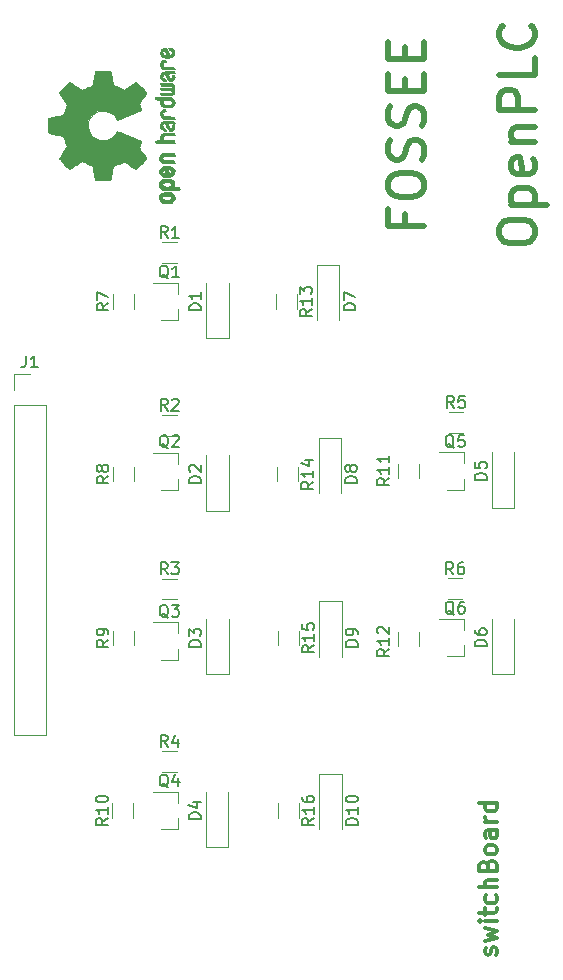
<source format=gbr>
G04 #@! TF.GenerationSoftware,KiCad,Pcbnew,5.0.1*
G04 #@! TF.CreationDate,2019-01-22T15:06:49+05:30*
G04 #@! TF.ProjectId,switches,73776974636865732E6B696361645F70,rev?*
G04 #@! TF.SameCoordinates,Original*
G04 #@! TF.FileFunction,Legend,Top*
G04 #@! TF.FilePolarity,Positive*
%FSLAX46Y46*%
G04 Gerber Fmt 4.6, Leading zero omitted, Abs format (unit mm)*
G04 Created by KiCad (PCBNEW 5.0.1) date Tue 22 Jan 2019 03:06:49 PM IST*
%MOMM*%
%LPD*%
G01*
G04 APERTURE LIST*
%ADD10C,0.300000*%
%ADD11C,0.500000*%
%ADD12C,0.120000*%
%ADD13C,0.010000*%
%ADD14C,0.150000*%
G04 APERTURE END LIST*
D10*
X137259142Y-131432285D02*
X137330571Y-131289428D01*
X137330571Y-131003714D01*
X137259142Y-130860857D01*
X137116285Y-130789428D01*
X137044857Y-130789428D01*
X136902000Y-130860857D01*
X136830571Y-131003714D01*
X136830571Y-131218000D01*
X136759142Y-131360857D01*
X136616285Y-131432285D01*
X136544857Y-131432285D01*
X136402000Y-131360857D01*
X136330571Y-131218000D01*
X136330571Y-131003714D01*
X136402000Y-130860857D01*
X136330571Y-130289428D02*
X137330571Y-130003714D01*
X136616285Y-129718000D01*
X137330571Y-129432285D01*
X136330571Y-129146571D01*
X137330571Y-128575142D02*
X136330571Y-128575142D01*
X135830571Y-128575142D02*
X135902000Y-128646571D01*
X135973428Y-128575142D01*
X135902000Y-128503714D01*
X135830571Y-128575142D01*
X135973428Y-128575142D01*
X136330571Y-128075142D02*
X136330571Y-127503714D01*
X135830571Y-127860857D02*
X137116285Y-127860857D01*
X137259142Y-127789428D01*
X137330571Y-127646571D01*
X137330571Y-127503714D01*
X137259142Y-126360857D02*
X137330571Y-126503714D01*
X137330571Y-126789428D01*
X137259142Y-126932285D01*
X137187714Y-127003714D01*
X137044857Y-127075142D01*
X136616285Y-127075142D01*
X136473428Y-127003714D01*
X136402000Y-126932285D01*
X136330571Y-126789428D01*
X136330571Y-126503714D01*
X136402000Y-126360857D01*
X137330571Y-125718000D02*
X135830571Y-125718000D01*
X137330571Y-125075142D02*
X136544857Y-125075142D01*
X136402000Y-125146571D01*
X136330571Y-125289428D01*
X136330571Y-125503714D01*
X136402000Y-125646571D01*
X136473428Y-125718000D01*
X136544857Y-123860857D02*
X136616285Y-123646571D01*
X136687714Y-123575142D01*
X136830571Y-123503714D01*
X137044857Y-123503714D01*
X137187714Y-123575142D01*
X137259142Y-123646571D01*
X137330571Y-123789428D01*
X137330571Y-124360857D01*
X135830571Y-124360857D01*
X135830571Y-123860857D01*
X135902000Y-123718000D01*
X135973428Y-123646571D01*
X136116285Y-123575142D01*
X136259142Y-123575142D01*
X136402000Y-123646571D01*
X136473428Y-123718000D01*
X136544857Y-123860857D01*
X136544857Y-124360857D01*
X137330571Y-122646571D02*
X137259142Y-122789428D01*
X137187714Y-122860857D01*
X137044857Y-122932285D01*
X136616285Y-122932285D01*
X136473428Y-122860857D01*
X136402000Y-122789428D01*
X136330571Y-122646571D01*
X136330571Y-122432285D01*
X136402000Y-122289428D01*
X136473428Y-122218000D01*
X136616285Y-122146571D01*
X137044857Y-122146571D01*
X137187714Y-122218000D01*
X137259142Y-122289428D01*
X137330571Y-122432285D01*
X137330571Y-122646571D01*
X137330571Y-120860857D02*
X136544857Y-120860857D01*
X136402000Y-120932285D01*
X136330571Y-121075142D01*
X136330571Y-121360857D01*
X136402000Y-121503714D01*
X137259142Y-120860857D02*
X137330571Y-121003714D01*
X137330571Y-121360857D01*
X137259142Y-121503714D01*
X137116285Y-121575142D01*
X136973428Y-121575142D01*
X136830571Y-121503714D01*
X136759142Y-121360857D01*
X136759142Y-121003714D01*
X136687714Y-120860857D01*
X137330571Y-120146571D02*
X136330571Y-120146571D01*
X136616285Y-120146571D02*
X136473428Y-120075142D01*
X136402000Y-120003714D01*
X136330571Y-119860857D01*
X136330571Y-119718000D01*
X137330571Y-118575142D02*
X135830571Y-118575142D01*
X137259142Y-118575142D02*
X137330571Y-118718000D01*
X137330571Y-119003714D01*
X137259142Y-119146571D01*
X137187714Y-119218000D01*
X137044857Y-119289428D01*
X136616285Y-119289428D01*
X136473428Y-119218000D01*
X136402000Y-119146571D01*
X136330571Y-119003714D01*
X136330571Y-118718000D01*
X136402000Y-118575142D01*
D11*
X137549142Y-70476000D02*
X137549142Y-69904571D01*
X137692000Y-69618857D01*
X137977714Y-69333142D01*
X138549142Y-69190285D01*
X139549142Y-69190285D01*
X140120571Y-69333142D01*
X140406285Y-69618857D01*
X140549142Y-69904571D01*
X140549142Y-70476000D01*
X140406285Y-70761714D01*
X140120571Y-71047428D01*
X139549142Y-71190285D01*
X138549142Y-71190285D01*
X137977714Y-71047428D01*
X137692000Y-70761714D01*
X137549142Y-70476000D01*
X138549142Y-67904571D02*
X141549142Y-67904571D01*
X138692000Y-67904571D02*
X138549142Y-67618857D01*
X138549142Y-67047428D01*
X138692000Y-66761714D01*
X138834857Y-66618857D01*
X139120571Y-66476000D01*
X139977714Y-66476000D01*
X140263428Y-66618857D01*
X140406285Y-66761714D01*
X140549142Y-67047428D01*
X140549142Y-67618857D01*
X140406285Y-67904571D01*
X140406285Y-64047428D02*
X140549142Y-64333142D01*
X140549142Y-64904571D01*
X140406285Y-65190285D01*
X140120571Y-65333142D01*
X138977714Y-65333142D01*
X138692000Y-65190285D01*
X138549142Y-64904571D01*
X138549142Y-64333142D01*
X138692000Y-64047428D01*
X138977714Y-63904571D01*
X139263428Y-63904571D01*
X139549142Y-65333142D01*
X138549142Y-62618857D02*
X140549142Y-62618857D01*
X138834857Y-62618857D02*
X138692000Y-62476000D01*
X138549142Y-62190285D01*
X138549142Y-61761714D01*
X138692000Y-61476000D01*
X138977714Y-61333142D01*
X140549142Y-61333142D01*
X140549142Y-59904571D02*
X137549142Y-59904571D01*
X137549142Y-58761714D01*
X137692000Y-58476000D01*
X137834857Y-58333142D01*
X138120571Y-58190285D01*
X138549142Y-58190285D01*
X138834857Y-58333142D01*
X138977714Y-58476000D01*
X139120571Y-58761714D01*
X139120571Y-59904571D01*
X140549142Y-55476000D02*
X140549142Y-56904571D01*
X137549142Y-56904571D01*
X140263428Y-52761714D02*
X140406285Y-52904571D01*
X140549142Y-53333142D01*
X140549142Y-53618857D01*
X140406285Y-54047428D01*
X140120571Y-54333142D01*
X139834857Y-54476000D01*
X139263428Y-54618857D01*
X138834857Y-54618857D01*
X138263428Y-54476000D01*
X137977714Y-54333142D01*
X137692000Y-54047428D01*
X137549142Y-53618857D01*
X137549142Y-53333142D01*
X137692000Y-52904571D01*
X137834857Y-52761714D01*
X129579714Y-68690285D02*
X129579714Y-69690285D01*
X131151142Y-69690285D02*
X128151142Y-69690285D01*
X128151142Y-68261714D01*
X128151142Y-66547428D02*
X128151142Y-65976000D01*
X128294000Y-65690285D01*
X128579714Y-65404571D01*
X129151142Y-65261714D01*
X130151142Y-65261714D01*
X130722571Y-65404571D01*
X131008285Y-65690285D01*
X131151142Y-65976000D01*
X131151142Y-66547428D01*
X131008285Y-66833142D01*
X130722571Y-67118857D01*
X130151142Y-67261714D01*
X129151142Y-67261714D01*
X128579714Y-67118857D01*
X128294000Y-66833142D01*
X128151142Y-66547428D01*
X131008285Y-64118857D02*
X131151142Y-63690285D01*
X131151142Y-62976000D01*
X131008285Y-62690285D01*
X130865428Y-62547428D01*
X130579714Y-62404571D01*
X130294000Y-62404571D01*
X130008285Y-62547428D01*
X129865428Y-62690285D01*
X129722571Y-62976000D01*
X129579714Y-63547428D01*
X129436857Y-63833142D01*
X129294000Y-63976000D01*
X129008285Y-64118857D01*
X128722571Y-64118857D01*
X128436857Y-63976000D01*
X128294000Y-63833142D01*
X128151142Y-63547428D01*
X128151142Y-62833142D01*
X128294000Y-62404571D01*
X131008285Y-61261714D02*
X131151142Y-60833142D01*
X131151142Y-60118857D01*
X131008285Y-59833142D01*
X130865428Y-59690285D01*
X130579714Y-59547428D01*
X130294000Y-59547428D01*
X130008285Y-59690285D01*
X129865428Y-59833142D01*
X129722571Y-60118857D01*
X129579714Y-60690285D01*
X129436857Y-60976000D01*
X129294000Y-61118857D01*
X129008285Y-61261714D01*
X128722571Y-61261714D01*
X128436857Y-61118857D01*
X128294000Y-60976000D01*
X128151142Y-60690285D01*
X128151142Y-59976000D01*
X128294000Y-59547428D01*
X129579714Y-58261714D02*
X129579714Y-57261714D01*
X131151142Y-56833142D02*
X131151142Y-58261714D01*
X128151142Y-58261714D01*
X128151142Y-56833142D01*
X129579714Y-55547428D02*
X129579714Y-54547428D01*
X131151142Y-54118857D02*
X131151142Y-55547428D01*
X128151142Y-55547428D01*
X128151142Y-54118857D01*
D12*
G04 #@! TO.C,D10*
X124199514Y-116109815D02*
X122299514Y-116109815D01*
X122299514Y-116109815D02*
X122299514Y-120809815D01*
X124199514Y-116109815D02*
X124199514Y-120809815D01*
G04 #@! TO.C,D9*
X124189730Y-101490725D02*
X124189730Y-106190725D01*
X122289730Y-101490725D02*
X122289730Y-106190725D01*
X124189730Y-101490725D02*
X122289730Y-101490725D01*
G04 #@! TO.C,D8*
X124132653Y-87633635D02*
X122232653Y-87633635D01*
X122232653Y-87633635D02*
X122232653Y-92333635D01*
X124132653Y-87633635D02*
X124132653Y-92333635D01*
G04 #@! TO.C,D7*
X124007679Y-73014545D02*
X124007679Y-77714545D01*
X122107679Y-73014545D02*
X122107679Y-77714545D01*
X124007679Y-73014545D02*
X122107679Y-73014545D01*
G04 #@! TO.C,D6*
X136910000Y-107678000D02*
X138810000Y-107678000D01*
X138810000Y-107678000D02*
X138810000Y-102978000D01*
X136910000Y-107678000D02*
X136910000Y-102978000D01*
G04 #@! TO.C,D5*
X136910000Y-93566905D02*
X136910000Y-88866905D01*
X138810000Y-93566905D02*
X138810000Y-88866905D01*
X136910000Y-93566905D02*
X138810000Y-93566905D01*
G04 #@! TO.C,D4*
X112694000Y-122309815D02*
X114594000Y-122309815D01*
X114594000Y-122309815D02*
X114594000Y-117609815D01*
X112694000Y-122309815D02*
X112694000Y-117609815D01*
G04 #@! TO.C,D3*
X112724000Y-107690725D02*
X112724000Y-102990725D01*
X114624000Y-107690725D02*
X114624000Y-102990725D01*
X112724000Y-107690725D02*
X114624000Y-107690725D01*
G04 #@! TO.C,D2*
X112724000Y-93833635D02*
X114624000Y-93833635D01*
X114624000Y-93833635D02*
X114624000Y-89133635D01*
X112724000Y-93833635D02*
X112724000Y-89133635D01*
G04 #@! TO.C,D1*
X112724000Y-79214545D02*
X112724000Y-74514545D01*
X114624000Y-79214545D02*
X114624000Y-74514545D01*
X112724000Y-79214545D02*
X114624000Y-79214545D01*
G04 #@! TO.C,R16*
X118813514Y-119809815D02*
X118813514Y-118609815D01*
X120573514Y-118609815D02*
X120573514Y-119809815D01*
G04 #@! TO.C,R13*
X120381679Y-75514545D02*
X120381679Y-76714545D01*
X118621679Y-76714545D02*
X118621679Y-75514545D01*
G04 #@! TO.C,R14*
X118746653Y-91333635D02*
X118746653Y-90133635D01*
X120506653Y-90133635D02*
X120506653Y-91333635D01*
G04 #@! TO.C,R15*
X120563730Y-103990725D02*
X120563730Y-105190725D01*
X118803730Y-105190725D02*
X118803730Y-103990725D01*
G04 #@! TO.C,R12*
X130742000Y-104068000D02*
X130742000Y-105268000D01*
X128982000Y-105268000D02*
X128982000Y-104068000D01*
G04 #@! TO.C,R7*
X104816000Y-76714545D02*
X104816000Y-75514545D01*
X106576000Y-75514545D02*
X106576000Y-76714545D01*
G04 #@! TO.C,R8*
X106576000Y-90133635D02*
X106576000Y-91333635D01*
X104816000Y-91333635D02*
X104816000Y-90133635D01*
G04 #@! TO.C,R9*
X104816000Y-105190725D02*
X104816000Y-103990725D01*
X106576000Y-103990725D02*
X106576000Y-105190725D01*
G04 #@! TO.C,R10*
X106506000Y-118609815D02*
X106506000Y-119809815D01*
X104746000Y-119809815D02*
X104746000Y-118609815D01*
G04 #@! TO.C,R11*
X128982000Y-91066905D02*
X128982000Y-89866905D01*
X130742000Y-89866905D02*
X130742000Y-91066905D01*
G04 #@! TO.C,R6*
X134400000Y-101323450D02*
X133200000Y-101323450D01*
X133200000Y-99563450D02*
X134400000Y-99563450D01*
G04 #@! TO.C,R5*
X134458000Y-87240000D02*
X133258000Y-87240000D01*
X133258000Y-85480000D02*
X134458000Y-85480000D01*
G04 #@! TO.C,R4*
X110214000Y-115955270D02*
X109014000Y-115955270D01*
X109014000Y-114195270D02*
X110214000Y-114195270D01*
G04 #@! TO.C,R3*
X109014000Y-99576180D02*
X110214000Y-99576180D01*
X110214000Y-101336180D02*
X109014000Y-101336180D01*
G04 #@! TO.C,R2*
X110214000Y-87479090D02*
X109014000Y-87479090D01*
X109014000Y-85719090D02*
X110214000Y-85719090D01*
G04 #@! TO.C,R1*
X109014000Y-71100000D02*
X110214000Y-71100000D01*
X110214000Y-72860000D02*
X109014000Y-72860000D01*
G04 #@! TO.C,J1*
X96460000Y-82236000D02*
X97790000Y-82236000D01*
X96460000Y-83566000D02*
X96460000Y-82236000D01*
X99120000Y-84836000D02*
X96460000Y-84836000D01*
X99120000Y-112836000D02*
X99120000Y-84836000D01*
X96460000Y-112836000D02*
X99120000Y-112836000D01*
X96460000Y-84836000D02*
X96460000Y-112836000D01*
G04 #@! TO.C,Q6*
X134560000Y-106158000D02*
X134560000Y-105228000D01*
X134560000Y-102998000D02*
X134560000Y-103928000D01*
X134560000Y-102998000D02*
X132400000Y-102998000D01*
X134560000Y-106158000D02*
X133100000Y-106158000D01*
G04 #@! TO.C,Q1*
X110374000Y-77694545D02*
X108914000Y-77694545D01*
X110374000Y-74534545D02*
X108214000Y-74534545D01*
X110374000Y-74534545D02*
X110374000Y-75464545D01*
X110374000Y-77694545D02*
X110374000Y-76764545D01*
G04 #@! TO.C,Q2*
X110374000Y-92059635D02*
X110374000Y-91129635D01*
X110374000Y-88899635D02*
X110374000Y-89829635D01*
X110374000Y-88899635D02*
X108214000Y-88899635D01*
X110374000Y-92059635D02*
X108914000Y-92059635D01*
G04 #@! TO.C,Q3*
X110374000Y-106424725D02*
X108914000Y-106424725D01*
X110374000Y-103264725D02*
X108214000Y-103264725D01*
X110374000Y-103264725D02*
X110374000Y-104194725D01*
X110374000Y-106424725D02*
X110374000Y-105494725D01*
G04 #@! TO.C,Q5*
X134560000Y-92046905D02*
X134560000Y-91116905D01*
X134560000Y-88886905D02*
X134560000Y-89816905D01*
X134560000Y-88886905D02*
X132400000Y-88886905D01*
X134560000Y-92046905D02*
X133100000Y-92046905D01*
G04 #@! TO.C,Q4*
X110374000Y-120789815D02*
X108914000Y-120789815D01*
X110374000Y-117629815D02*
X108214000Y-117629815D01*
X110374000Y-117629815D02*
X110374000Y-118559815D01*
X110374000Y-120789815D02*
X110374000Y-119859815D01*
D13*
G04 #@! TO.C,REF\002A\002A\002A*
G36*
X108763903Y-66042100D02*
X108819522Y-65930550D01*
X108921931Y-65832092D01*
X108959864Y-65804977D01*
X109009500Y-65775438D01*
X109063412Y-65756272D01*
X109135364Y-65745307D01*
X109239122Y-65740371D01*
X109376101Y-65739287D01*
X109563815Y-65744182D01*
X109704758Y-65761196D01*
X109809908Y-65793823D01*
X109890243Y-65845558D01*
X109956741Y-65919896D01*
X109960678Y-65925358D01*
X110000953Y-65998620D01*
X110020880Y-66086840D01*
X110025793Y-66199038D01*
X110025793Y-66381433D01*
X110202857Y-66381509D01*
X110301470Y-66383207D01*
X110359314Y-66393550D01*
X110394006Y-66420578D01*
X110423164Y-66472332D01*
X110429121Y-66484761D01*
X110457039Y-66542923D01*
X110474672Y-66587956D01*
X110476194Y-66621441D01*
X110455781Y-66644962D01*
X110407607Y-66660100D01*
X110325846Y-66668437D01*
X110204672Y-66671556D01*
X110038260Y-66671040D01*
X109820785Y-66668471D01*
X109755736Y-66667668D01*
X109531502Y-66664778D01*
X109384821Y-66662188D01*
X109384821Y-66381586D01*
X109509326Y-66380009D01*
X109590787Y-66373000D01*
X109644515Y-66357142D01*
X109685823Y-66329019D01*
X109705971Y-66309925D01*
X109764921Y-66231865D01*
X109769720Y-66162753D01*
X109721038Y-66091440D01*
X109719241Y-66089632D01*
X109681618Y-66060617D01*
X109630484Y-66042967D01*
X109551738Y-66034064D01*
X109431276Y-66031291D01*
X109404588Y-66031241D01*
X109238583Y-66037942D01*
X109123505Y-66059752D01*
X109053254Y-66099235D01*
X109021729Y-66158956D01*
X109018552Y-66193472D01*
X109033460Y-66275389D01*
X109082548Y-66331579D01*
X109172362Y-66365402D01*
X109309445Y-66380220D01*
X109384821Y-66381586D01*
X109384821Y-66662188D01*
X109357952Y-66661713D01*
X109227382Y-66657753D01*
X109132087Y-66652174D01*
X109064364Y-66644254D01*
X109016507Y-66633269D01*
X108980813Y-66618499D01*
X108949578Y-66599218D01*
X108937824Y-66590951D01*
X108826797Y-66481288D01*
X108763847Y-66342635D01*
X108746297Y-66182246D01*
X108763903Y-66042100D01*
X108763903Y-66042100D01*
G37*
X108763903Y-66042100D02*
X108819522Y-65930550D01*
X108921931Y-65832092D01*
X108959864Y-65804977D01*
X109009500Y-65775438D01*
X109063412Y-65756272D01*
X109135364Y-65745307D01*
X109239122Y-65740371D01*
X109376101Y-65739287D01*
X109563815Y-65744182D01*
X109704758Y-65761196D01*
X109809908Y-65793823D01*
X109890243Y-65845558D01*
X109956741Y-65919896D01*
X109960678Y-65925358D01*
X110000953Y-65998620D01*
X110020880Y-66086840D01*
X110025793Y-66199038D01*
X110025793Y-66381433D01*
X110202857Y-66381509D01*
X110301470Y-66383207D01*
X110359314Y-66393550D01*
X110394006Y-66420578D01*
X110423164Y-66472332D01*
X110429121Y-66484761D01*
X110457039Y-66542923D01*
X110474672Y-66587956D01*
X110476194Y-66621441D01*
X110455781Y-66644962D01*
X110407607Y-66660100D01*
X110325846Y-66668437D01*
X110204672Y-66671556D01*
X110038260Y-66671040D01*
X109820785Y-66668471D01*
X109755736Y-66667668D01*
X109531502Y-66664778D01*
X109384821Y-66662188D01*
X109384821Y-66381586D01*
X109509326Y-66380009D01*
X109590787Y-66373000D01*
X109644515Y-66357142D01*
X109685823Y-66329019D01*
X109705971Y-66309925D01*
X109764921Y-66231865D01*
X109769720Y-66162753D01*
X109721038Y-66091440D01*
X109719241Y-66089632D01*
X109681618Y-66060617D01*
X109630484Y-66042967D01*
X109551738Y-66034064D01*
X109431276Y-66031291D01*
X109404588Y-66031241D01*
X109238583Y-66037942D01*
X109123505Y-66059752D01*
X109053254Y-66099235D01*
X109021729Y-66158956D01*
X109018552Y-66193472D01*
X109033460Y-66275389D01*
X109082548Y-66331579D01*
X109172362Y-66365402D01*
X109309445Y-66380220D01*
X109384821Y-66381586D01*
X109384821Y-66662188D01*
X109357952Y-66661713D01*
X109227382Y-66657753D01*
X109132087Y-66652174D01*
X109064364Y-66644254D01*
X109016507Y-66633269D01*
X108980813Y-66618499D01*
X108949578Y-66599218D01*
X108937824Y-66590951D01*
X108826797Y-66481288D01*
X108763847Y-66342635D01*
X108746297Y-66182246D01*
X108763903Y-66042100D01*
G36*
X108779719Y-63796571D02*
X108833914Y-63702877D01*
X108887707Y-63637736D01*
X108944066Y-63590093D01*
X109012987Y-63557272D01*
X109104468Y-63536594D01*
X109228506Y-63525380D01*
X109395098Y-63520951D01*
X109514851Y-63520437D01*
X109955659Y-63520437D01*
X110011283Y-63644517D01*
X110066907Y-63768598D01*
X109584095Y-63783195D01*
X109403779Y-63789227D01*
X109272901Y-63795555D01*
X109182511Y-63803394D01*
X109123664Y-63813963D01*
X109087413Y-63828477D01*
X109064810Y-63848152D01*
X109059917Y-63854465D01*
X109021706Y-63950112D01*
X109036827Y-64046793D01*
X109076943Y-64104345D01*
X109105370Y-64127755D01*
X109142672Y-64143961D01*
X109199223Y-64154259D01*
X109285394Y-64159951D01*
X109411558Y-64162336D01*
X109543042Y-64162736D01*
X109707999Y-64162814D01*
X109824761Y-64165639D01*
X109903510Y-64175093D01*
X109954431Y-64195060D01*
X109987706Y-64229424D01*
X110013520Y-64282068D01*
X110040344Y-64352383D01*
X110069542Y-64429180D01*
X109551346Y-64420038D01*
X109364539Y-64416357D01*
X109226490Y-64412050D01*
X109127568Y-64405877D01*
X109058145Y-64396598D01*
X109008590Y-64382973D01*
X108969273Y-64363761D01*
X108934584Y-64340598D01*
X108823770Y-64228848D01*
X108759689Y-64092487D01*
X108744339Y-63944175D01*
X108779719Y-63796571D01*
X108779719Y-63796571D01*
G37*
X108779719Y-63796571D02*
X108833914Y-63702877D01*
X108887707Y-63637736D01*
X108944066Y-63590093D01*
X109012987Y-63557272D01*
X109104468Y-63536594D01*
X109228506Y-63525380D01*
X109395098Y-63520951D01*
X109514851Y-63520437D01*
X109955659Y-63520437D01*
X110011283Y-63644517D01*
X110066907Y-63768598D01*
X109584095Y-63783195D01*
X109403779Y-63789227D01*
X109272901Y-63795555D01*
X109182511Y-63803394D01*
X109123664Y-63813963D01*
X109087413Y-63828477D01*
X109064810Y-63848152D01*
X109059917Y-63854465D01*
X109021706Y-63950112D01*
X109036827Y-64046793D01*
X109076943Y-64104345D01*
X109105370Y-64127755D01*
X109142672Y-64143961D01*
X109199223Y-64154259D01*
X109285394Y-64159951D01*
X109411558Y-64162336D01*
X109543042Y-64162736D01*
X109707999Y-64162814D01*
X109824761Y-64165639D01*
X109903510Y-64175093D01*
X109954431Y-64195060D01*
X109987706Y-64229424D01*
X110013520Y-64282068D01*
X110040344Y-64352383D01*
X110069542Y-64429180D01*
X109551346Y-64420038D01*
X109364539Y-64416357D01*
X109226490Y-64412050D01*
X109127568Y-64405877D01*
X109058145Y-64396598D01*
X109008590Y-64382973D01*
X108969273Y-64363761D01*
X108934584Y-64340598D01*
X108823770Y-64228848D01*
X108759689Y-64092487D01*
X108744339Y-63944175D01*
X108779719Y-63796571D01*
G36*
X108768015Y-67165779D02*
X108839968Y-67028939D01*
X108955766Y-66927949D01*
X109030213Y-66892075D01*
X109141992Y-66864161D01*
X109283227Y-66849871D01*
X109437371Y-66848516D01*
X109587879Y-66859405D01*
X109718205Y-66881847D01*
X109811803Y-66915150D01*
X109827922Y-66925385D01*
X109948249Y-67046618D01*
X110020317Y-67190613D01*
X110041408Y-67346861D01*
X110008802Y-67504852D01*
X109989253Y-67548820D01*
X109929012Y-67634444D01*
X109849135Y-67709592D01*
X109839004Y-67716694D01*
X109790181Y-67745561D01*
X109737990Y-67764643D01*
X109669285Y-67775916D01*
X109570918Y-67781355D01*
X109429744Y-67782938D01*
X109398092Y-67782965D01*
X109388019Y-67782893D01*
X109388019Y-67491011D01*
X109521256Y-67489313D01*
X109609674Y-67482628D01*
X109666785Y-67468575D01*
X109706102Y-67444771D01*
X109719241Y-67432621D01*
X109769172Y-67362764D01*
X109766895Y-67294941D01*
X109723584Y-67226365D01*
X109677346Y-67185465D01*
X109609857Y-67161242D01*
X109503433Y-67147639D01*
X109491020Y-67146706D01*
X109298147Y-67144384D01*
X109154900Y-67168650D01*
X109062160Y-67219176D01*
X109020807Y-67295632D01*
X109018552Y-67322924D01*
X109029893Y-67394589D01*
X109069184Y-67443610D01*
X109144326Y-67473582D01*
X109263222Y-67488101D01*
X109388019Y-67491011D01*
X109388019Y-67782893D01*
X109247659Y-67781878D01*
X109142549Y-67777312D01*
X109069714Y-67767312D01*
X109016108Y-67749921D01*
X108968681Y-67723184D01*
X108959864Y-67717276D01*
X108841007Y-67617968D01*
X108772008Y-67509758D01*
X108744619Y-67378019D01*
X108743281Y-67333283D01*
X108768015Y-67165779D01*
X108768015Y-67165779D01*
G37*
X108768015Y-67165779D02*
X108839968Y-67028939D01*
X108955766Y-66927949D01*
X109030213Y-66892075D01*
X109141992Y-66864161D01*
X109283227Y-66849871D01*
X109437371Y-66848516D01*
X109587879Y-66859405D01*
X109718205Y-66881847D01*
X109811803Y-66915150D01*
X109827922Y-66925385D01*
X109948249Y-67046618D01*
X110020317Y-67190613D01*
X110041408Y-67346861D01*
X110008802Y-67504852D01*
X109989253Y-67548820D01*
X109929012Y-67634444D01*
X109849135Y-67709592D01*
X109839004Y-67716694D01*
X109790181Y-67745561D01*
X109737990Y-67764643D01*
X109669285Y-67775916D01*
X109570918Y-67781355D01*
X109429744Y-67782938D01*
X109398092Y-67782965D01*
X109388019Y-67782893D01*
X109388019Y-67491011D01*
X109521256Y-67489313D01*
X109609674Y-67482628D01*
X109666785Y-67468575D01*
X109706102Y-67444771D01*
X109719241Y-67432621D01*
X109769172Y-67362764D01*
X109766895Y-67294941D01*
X109723584Y-67226365D01*
X109677346Y-67185465D01*
X109609857Y-67161242D01*
X109503433Y-67147639D01*
X109491020Y-67146706D01*
X109298147Y-67144384D01*
X109154900Y-67168650D01*
X109062160Y-67219176D01*
X109020807Y-67295632D01*
X109018552Y-67322924D01*
X109029893Y-67394589D01*
X109069184Y-67443610D01*
X109144326Y-67473582D01*
X109263222Y-67488101D01*
X109388019Y-67491011D01*
X109388019Y-67782893D01*
X109247659Y-67781878D01*
X109142549Y-67777312D01*
X109069714Y-67767312D01*
X109016108Y-67749921D01*
X108968681Y-67723184D01*
X108959864Y-67717276D01*
X108841007Y-67617968D01*
X108772008Y-67509758D01*
X108744619Y-67378019D01*
X108743281Y-67333283D01*
X108768015Y-67165779D01*
G36*
X108786676Y-64898448D02*
X108864111Y-64783342D01*
X108975949Y-64694389D01*
X109118265Y-64641251D01*
X109223015Y-64630503D01*
X109266726Y-64631724D01*
X109300194Y-64641944D01*
X109330179Y-64670039D01*
X109363440Y-64724884D01*
X109406738Y-64815355D01*
X109466833Y-64950328D01*
X109467134Y-64951011D01*
X109524037Y-65075249D01*
X109574565Y-65177127D01*
X109613280Y-65246233D01*
X109634740Y-65272154D01*
X109634913Y-65272161D01*
X109681644Y-65249315D01*
X109733154Y-65195891D01*
X109770261Y-65134558D01*
X109777632Y-65103485D01*
X109752138Y-65018711D01*
X109688291Y-64945707D01*
X109618094Y-64910087D01*
X109566343Y-64875820D01*
X109507409Y-64808697D01*
X109456496Y-64729792D01*
X109428809Y-64660179D01*
X109427287Y-64645623D01*
X109452321Y-64629237D01*
X109516311Y-64628250D01*
X109602593Y-64640292D01*
X109694501Y-64662993D01*
X109775369Y-64693986D01*
X109778509Y-64695552D01*
X109908734Y-64788819D01*
X109997311Y-64909696D01*
X110040786Y-65046973D01*
X110035706Y-65189440D01*
X109978616Y-65325888D01*
X109974602Y-65331955D01*
X109877326Y-65439290D01*
X109750409Y-65509868D01*
X109583526Y-65548926D01*
X109536639Y-65554168D01*
X109315329Y-65563452D01*
X109212124Y-65552322D01*
X109212124Y-65272161D01*
X109276503Y-65268521D01*
X109295291Y-65248611D01*
X109281235Y-65198974D01*
X109248009Y-65120733D01*
X109206359Y-65033274D01*
X109205256Y-65031101D01*
X109166265Y-64956970D01*
X109140244Y-64927219D01*
X109112965Y-64934555D01*
X109077121Y-64965447D01*
X109025251Y-65044040D01*
X109021439Y-65128677D01*
X109059189Y-65204597D01*
X109132001Y-65257035D01*
X109212124Y-65272161D01*
X109212124Y-65552322D01*
X109138261Y-65544356D01*
X108997829Y-65495366D01*
X108899447Y-65427164D01*
X108800030Y-65304065D01*
X108750711Y-65168472D01*
X108747568Y-65030045D01*
X108786676Y-64898448D01*
X108786676Y-64898448D01*
G37*
X108786676Y-64898448D02*
X108864111Y-64783342D01*
X108975949Y-64694389D01*
X109118265Y-64641251D01*
X109223015Y-64630503D01*
X109266726Y-64631724D01*
X109300194Y-64641944D01*
X109330179Y-64670039D01*
X109363440Y-64724884D01*
X109406738Y-64815355D01*
X109466833Y-64950328D01*
X109467134Y-64951011D01*
X109524037Y-65075249D01*
X109574565Y-65177127D01*
X109613280Y-65246233D01*
X109634740Y-65272154D01*
X109634913Y-65272161D01*
X109681644Y-65249315D01*
X109733154Y-65195891D01*
X109770261Y-65134558D01*
X109777632Y-65103485D01*
X109752138Y-65018711D01*
X109688291Y-64945707D01*
X109618094Y-64910087D01*
X109566343Y-64875820D01*
X109507409Y-64808697D01*
X109456496Y-64729792D01*
X109428809Y-64660179D01*
X109427287Y-64645623D01*
X109452321Y-64629237D01*
X109516311Y-64628250D01*
X109602593Y-64640292D01*
X109694501Y-64662993D01*
X109775369Y-64693986D01*
X109778509Y-64695552D01*
X109908734Y-64788819D01*
X109997311Y-64909696D01*
X110040786Y-65046973D01*
X110035706Y-65189440D01*
X109978616Y-65325888D01*
X109974602Y-65331955D01*
X109877326Y-65439290D01*
X109750409Y-65509868D01*
X109583526Y-65548926D01*
X109536639Y-65554168D01*
X109315329Y-65563452D01*
X109212124Y-65552322D01*
X109212124Y-65272161D01*
X109276503Y-65268521D01*
X109295291Y-65248611D01*
X109281235Y-65198974D01*
X109248009Y-65120733D01*
X109206359Y-65033274D01*
X109205256Y-65031101D01*
X109166265Y-64956970D01*
X109140244Y-64927219D01*
X109112965Y-64934555D01*
X109077121Y-64965447D01*
X109025251Y-65044040D01*
X109021439Y-65128677D01*
X109059189Y-65204597D01*
X109132001Y-65257035D01*
X109212124Y-65272161D01*
X109212124Y-65552322D01*
X109138261Y-65544356D01*
X108997829Y-65495366D01*
X108899447Y-65427164D01*
X108800030Y-65304065D01*
X108750711Y-65168472D01*
X108747568Y-65030045D01*
X108786676Y-64898448D01*
G36*
X108625857Y-62469402D02*
X108745188Y-62460846D01*
X108815506Y-62451019D01*
X108846179Y-62437401D01*
X108846571Y-62417473D01*
X108842910Y-62411011D01*
X108816398Y-62325060D01*
X108817946Y-62213255D01*
X108845199Y-62099586D01*
X108880455Y-62028490D01*
X108936778Y-61955595D01*
X109000519Y-61902307D01*
X109081510Y-61865725D01*
X109189586Y-61842950D01*
X109334580Y-61831081D01*
X109526326Y-61827218D01*
X109563109Y-61827149D01*
X109976288Y-61827103D01*
X110008339Y-61919046D01*
X110030144Y-61984348D01*
X110040297Y-62020176D01*
X110040391Y-62021230D01*
X110012860Y-62024758D01*
X109936923Y-62027761D01*
X109822565Y-62030010D01*
X109679769Y-62031276D01*
X109592951Y-62031471D01*
X109421773Y-62031877D01*
X109299088Y-62033968D01*
X109215000Y-62039053D01*
X109159614Y-62048440D01*
X109123032Y-62063439D01*
X109095359Y-62085358D01*
X109082032Y-62099043D01*
X109028328Y-62193051D01*
X109024307Y-62295636D01*
X109069725Y-62388710D01*
X109086123Y-62405922D01*
X109116957Y-62431168D01*
X109153531Y-62448680D01*
X109206415Y-62459858D01*
X109286177Y-62466104D01*
X109403385Y-62468818D01*
X109564991Y-62469402D01*
X109976288Y-62469402D01*
X110008339Y-62561345D01*
X110030144Y-62626647D01*
X110040297Y-62662475D01*
X110040391Y-62663529D01*
X110012448Y-62666225D01*
X109933630Y-62668655D01*
X109811453Y-62670722D01*
X109653432Y-62672329D01*
X109467083Y-62673377D01*
X109259920Y-62673769D01*
X109250706Y-62673770D01*
X108461020Y-62673770D01*
X108420997Y-62578885D01*
X108380973Y-62484000D01*
X108625857Y-62469402D01*
X108625857Y-62469402D01*
G37*
X108625857Y-62469402D02*
X108745188Y-62460846D01*
X108815506Y-62451019D01*
X108846179Y-62437401D01*
X108846571Y-62417473D01*
X108842910Y-62411011D01*
X108816398Y-62325060D01*
X108817946Y-62213255D01*
X108845199Y-62099586D01*
X108880455Y-62028490D01*
X108936778Y-61955595D01*
X109000519Y-61902307D01*
X109081510Y-61865725D01*
X109189586Y-61842950D01*
X109334580Y-61831081D01*
X109526326Y-61827218D01*
X109563109Y-61827149D01*
X109976288Y-61827103D01*
X110008339Y-61919046D01*
X110030144Y-61984348D01*
X110040297Y-62020176D01*
X110040391Y-62021230D01*
X110012860Y-62024758D01*
X109936923Y-62027761D01*
X109822565Y-62030010D01*
X109679769Y-62031276D01*
X109592951Y-62031471D01*
X109421773Y-62031877D01*
X109299088Y-62033968D01*
X109215000Y-62039053D01*
X109159614Y-62048440D01*
X109123032Y-62063439D01*
X109095359Y-62085358D01*
X109082032Y-62099043D01*
X109028328Y-62193051D01*
X109024307Y-62295636D01*
X109069725Y-62388710D01*
X109086123Y-62405922D01*
X109116957Y-62431168D01*
X109153531Y-62448680D01*
X109206415Y-62459858D01*
X109286177Y-62466104D01*
X109403385Y-62468818D01*
X109564991Y-62469402D01*
X109976288Y-62469402D01*
X110008339Y-62561345D01*
X110030144Y-62626647D01*
X110040297Y-62662475D01*
X110040391Y-62663529D01*
X110012448Y-62666225D01*
X109933630Y-62668655D01*
X109811453Y-62670722D01*
X109653432Y-62672329D01*
X109467083Y-62673377D01*
X109259920Y-62673769D01*
X109250706Y-62673770D01*
X108461020Y-62673770D01*
X108420997Y-62578885D01*
X108380973Y-62484000D01*
X108625857Y-62469402D01*
G36*
X108826360Y-61134056D02*
X108868842Y-61019657D01*
X108869658Y-61018348D01*
X108921730Y-60947597D01*
X108982584Y-60895364D01*
X109061887Y-60858629D01*
X109169309Y-60834366D01*
X109314517Y-60819555D01*
X109507179Y-60811171D01*
X109534628Y-60810436D01*
X109948521Y-60799880D01*
X109994456Y-60888709D01*
X110025498Y-60952982D01*
X110040206Y-60991790D01*
X110040391Y-60993585D01*
X110013250Y-61000300D01*
X109940041Y-61005635D01*
X109833081Y-61008917D01*
X109746469Y-61009632D01*
X109606162Y-61009649D01*
X109518051Y-61016063D01*
X109476025Y-61038420D01*
X109473975Y-61086268D01*
X109505790Y-61169151D01*
X109564272Y-61294287D01*
X109612845Y-61386303D01*
X109654986Y-61433629D01*
X109700916Y-61447542D01*
X109703189Y-61447563D01*
X109782311Y-61424605D01*
X109825055Y-61356630D01*
X109831246Y-61252602D01*
X109830172Y-61177670D01*
X109851753Y-61138161D01*
X109903591Y-61113522D01*
X109969632Y-61099341D01*
X110007104Y-61119777D01*
X110012467Y-61127472D01*
X110034006Y-61199917D01*
X110037055Y-61301367D01*
X110022778Y-61405843D01*
X109996688Y-61479875D01*
X109909785Y-61582228D01*
X109788816Y-61640409D01*
X109694308Y-61651931D01*
X109609062Y-61643138D01*
X109539476Y-61611320D01*
X109477672Y-61548316D01*
X109415772Y-61445969D01*
X109345897Y-61296118D01*
X109341948Y-61286988D01*
X109279588Y-61152003D01*
X109228446Y-61068706D01*
X109182488Y-61033003D01*
X109135683Y-61040797D01*
X109081998Y-61087993D01*
X109069644Y-61102106D01*
X109021741Y-61196641D01*
X109023758Y-61294594D01*
X109070724Y-61379903D01*
X109157669Y-61436504D01*
X109174734Y-61441763D01*
X109257504Y-61492977D01*
X109297372Y-61557963D01*
X109336882Y-61651931D01*
X109234658Y-61651931D01*
X109086072Y-61623347D01*
X108949784Y-61538505D01*
X108904191Y-61494355D01*
X108845674Y-61393995D01*
X108819184Y-61266365D01*
X108826360Y-61134056D01*
X108826360Y-61134056D01*
G37*
X108826360Y-61134056D02*
X108868842Y-61019657D01*
X108869658Y-61018348D01*
X108921730Y-60947597D01*
X108982584Y-60895364D01*
X109061887Y-60858629D01*
X109169309Y-60834366D01*
X109314517Y-60819555D01*
X109507179Y-60811171D01*
X109534628Y-60810436D01*
X109948521Y-60799880D01*
X109994456Y-60888709D01*
X110025498Y-60952982D01*
X110040206Y-60991790D01*
X110040391Y-60993585D01*
X110013250Y-61000300D01*
X109940041Y-61005635D01*
X109833081Y-61008917D01*
X109746469Y-61009632D01*
X109606162Y-61009649D01*
X109518051Y-61016063D01*
X109476025Y-61038420D01*
X109473975Y-61086268D01*
X109505790Y-61169151D01*
X109564272Y-61294287D01*
X109612845Y-61386303D01*
X109654986Y-61433629D01*
X109700916Y-61447542D01*
X109703189Y-61447563D01*
X109782311Y-61424605D01*
X109825055Y-61356630D01*
X109831246Y-61252602D01*
X109830172Y-61177670D01*
X109851753Y-61138161D01*
X109903591Y-61113522D01*
X109969632Y-61099341D01*
X110007104Y-61119777D01*
X110012467Y-61127472D01*
X110034006Y-61199917D01*
X110037055Y-61301367D01*
X110022778Y-61405843D01*
X109996688Y-61479875D01*
X109909785Y-61582228D01*
X109788816Y-61640409D01*
X109694308Y-61651931D01*
X109609062Y-61643138D01*
X109539476Y-61611320D01*
X109477672Y-61548316D01*
X109415772Y-61445969D01*
X109345897Y-61296118D01*
X109341948Y-61286988D01*
X109279588Y-61152003D01*
X109228446Y-61068706D01*
X109182488Y-61033003D01*
X109135683Y-61040797D01*
X109081998Y-61087993D01*
X109069644Y-61102106D01*
X109021741Y-61196641D01*
X109023758Y-61294594D01*
X109070724Y-61379903D01*
X109157669Y-61436504D01*
X109174734Y-61441763D01*
X109257504Y-61492977D01*
X109297372Y-61557963D01*
X109336882Y-61651931D01*
X109234658Y-61651931D01*
X109086072Y-61623347D01*
X108949784Y-61538505D01*
X108904191Y-61494355D01*
X108845674Y-61393995D01*
X108819184Y-61266365D01*
X108826360Y-61134056D01*
G36*
X108823920Y-60148057D02*
X108872859Y-60015435D01*
X108959419Y-59907990D01*
X109020352Y-59865968D01*
X109132161Y-59820157D01*
X109213006Y-59821109D01*
X109267378Y-59869192D01*
X109276624Y-59886983D01*
X109305450Y-59963796D01*
X109298065Y-60003024D01*
X109249658Y-60016311D01*
X109222920Y-60016988D01*
X109124548Y-60041314D01*
X109055734Y-60104719D01*
X109022498Y-60192846D01*
X109030861Y-60291337D01*
X109074296Y-60371398D01*
X109099072Y-60398439D01*
X109129129Y-60417606D01*
X109174565Y-60430554D01*
X109245476Y-60438936D01*
X109351960Y-60444407D01*
X109504112Y-60448622D01*
X109552287Y-60449713D01*
X109717095Y-60453693D01*
X109833088Y-60458219D01*
X109909833Y-60465005D01*
X109956893Y-60475769D01*
X109983835Y-60492227D01*
X110000223Y-60516094D01*
X110007463Y-60531374D01*
X110032220Y-60596267D01*
X110040391Y-60634466D01*
X110013103Y-60647088D01*
X109930603Y-60654792D01*
X109791941Y-60657620D01*
X109596162Y-60655614D01*
X109565965Y-60654989D01*
X109387349Y-60650579D01*
X109256923Y-60645365D01*
X109164492Y-60637945D01*
X109099858Y-60626918D01*
X109052825Y-60610883D01*
X109013196Y-60588439D01*
X108996215Y-60576698D01*
X108921080Y-60509381D01*
X108862638Y-60434090D01*
X108857536Y-60424872D01*
X108817260Y-60289867D01*
X108823920Y-60148057D01*
X108823920Y-60148057D01*
G37*
X108823920Y-60148057D02*
X108872859Y-60015435D01*
X108959419Y-59907990D01*
X109020352Y-59865968D01*
X109132161Y-59820157D01*
X109213006Y-59821109D01*
X109267378Y-59869192D01*
X109276624Y-59886983D01*
X109305450Y-59963796D01*
X109298065Y-60003024D01*
X109249658Y-60016311D01*
X109222920Y-60016988D01*
X109124548Y-60041314D01*
X109055734Y-60104719D01*
X109022498Y-60192846D01*
X109030861Y-60291337D01*
X109074296Y-60371398D01*
X109099072Y-60398439D01*
X109129129Y-60417606D01*
X109174565Y-60430554D01*
X109245476Y-60438936D01*
X109351960Y-60444407D01*
X109504112Y-60448622D01*
X109552287Y-60449713D01*
X109717095Y-60453693D01*
X109833088Y-60458219D01*
X109909833Y-60465005D01*
X109956893Y-60475769D01*
X109983835Y-60492227D01*
X110000223Y-60516094D01*
X110007463Y-60531374D01*
X110032220Y-60596267D01*
X110040391Y-60634466D01*
X110013103Y-60647088D01*
X109930603Y-60654792D01*
X109791941Y-60657620D01*
X109596162Y-60655614D01*
X109565965Y-60654989D01*
X109387349Y-60650579D01*
X109256923Y-60645365D01*
X109164492Y-60637945D01*
X109099858Y-60626918D01*
X109052825Y-60610883D01*
X109013196Y-60588439D01*
X108996215Y-60576698D01*
X108921080Y-60509381D01*
X108862638Y-60434090D01*
X108857536Y-60424872D01*
X108817260Y-60289867D01*
X108823920Y-60148057D01*
G36*
X109056455Y-58820086D02*
X109274661Y-58820457D01*
X109442519Y-58821892D01*
X109568070Y-58824998D01*
X109659355Y-58830378D01*
X109724415Y-58838638D01*
X109771291Y-58850384D01*
X109808024Y-58866219D01*
X109828991Y-58878210D01*
X109942694Y-58977510D01*
X110013965Y-59103412D01*
X110039538Y-59242709D01*
X110016150Y-59382195D01*
X109974119Y-59465257D01*
X109901411Y-59552455D01*
X109812612Y-59611883D01*
X109696320Y-59647739D01*
X109541135Y-59664219D01*
X109427287Y-59666553D01*
X109419106Y-59666239D01*
X109419106Y-59462276D01*
X109549657Y-59461030D01*
X109636080Y-59455322D01*
X109692618Y-59442196D01*
X109733514Y-59418694D01*
X109764362Y-59390614D01*
X109823905Y-59296312D01*
X109828992Y-59195060D01*
X109779279Y-59099364D01*
X109772543Y-59091916D01*
X109737502Y-59060126D01*
X109695811Y-59040192D01*
X109633762Y-59029400D01*
X109537644Y-59025035D01*
X109431379Y-59024345D01*
X109297880Y-59025841D01*
X109208822Y-59032036D01*
X109150293Y-59045486D01*
X109108382Y-59068749D01*
X109086123Y-59087825D01*
X109029985Y-59176437D01*
X109023235Y-59278492D01*
X109066114Y-59375905D01*
X109082032Y-59394704D01*
X109117382Y-59426707D01*
X109159502Y-59446682D01*
X109222251Y-59457407D01*
X109319487Y-59461661D01*
X109419106Y-59462276D01*
X109419106Y-59666239D01*
X109243947Y-59659496D01*
X109106195Y-59635528D01*
X109002632Y-59590452D01*
X108921856Y-59520072D01*
X108880455Y-59465257D01*
X108835728Y-59365624D01*
X108814967Y-59250145D01*
X108820525Y-59142801D01*
X108842943Y-59082736D01*
X108849323Y-59059165D01*
X108825535Y-59043523D01*
X108761788Y-59032605D01*
X108664687Y-59024345D01*
X108556541Y-59015301D01*
X108491475Y-59002739D01*
X108454268Y-58979881D01*
X108429699Y-58939949D01*
X108418819Y-58914862D01*
X108379072Y-58819977D01*
X109056455Y-58820086D01*
X109056455Y-58820086D01*
G37*
X109056455Y-58820086D02*
X109274661Y-58820457D01*
X109442519Y-58821892D01*
X109568070Y-58824998D01*
X109659355Y-58830378D01*
X109724415Y-58838638D01*
X109771291Y-58850384D01*
X109808024Y-58866219D01*
X109828991Y-58878210D01*
X109942694Y-58977510D01*
X110013965Y-59103412D01*
X110039538Y-59242709D01*
X110016150Y-59382195D01*
X109974119Y-59465257D01*
X109901411Y-59552455D01*
X109812612Y-59611883D01*
X109696320Y-59647739D01*
X109541135Y-59664219D01*
X109427287Y-59666553D01*
X109419106Y-59666239D01*
X109419106Y-59462276D01*
X109549657Y-59461030D01*
X109636080Y-59455322D01*
X109692618Y-59442196D01*
X109733514Y-59418694D01*
X109764362Y-59390614D01*
X109823905Y-59296312D01*
X109828992Y-59195060D01*
X109779279Y-59099364D01*
X109772543Y-59091916D01*
X109737502Y-59060126D01*
X109695811Y-59040192D01*
X109633762Y-59029400D01*
X109537644Y-59025035D01*
X109431379Y-59024345D01*
X109297880Y-59025841D01*
X109208822Y-59032036D01*
X109150293Y-59045486D01*
X109108382Y-59068749D01*
X109086123Y-59087825D01*
X109029985Y-59176437D01*
X109023235Y-59278492D01*
X109066114Y-59375905D01*
X109082032Y-59394704D01*
X109117382Y-59426707D01*
X109159502Y-59446682D01*
X109222251Y-59457407D01*
X109319487Y-59461661D01*
X109419106Y-59462276D01*
X109419106Y-59666239D01*
X109243947Y-59659496D01*
X109106195Y-59635528D01*
X109002632Y-59590452D01*
X108921856Y-59520072D01*
X108880455Y-59465257D01*
X108835728Y-59365624D01*
X108814967Y-59250145D01*
X108820525Y-59142801D01*
X108842943Y-59082736D01*
X108849323Y-59059165D01*
X108825535Y-59043523D01*
X108761788Y-59032605D01*
X108664687Y-59024345D01*
X108556541Y-59015301D01*
X108491475Y-59002739D01*
X108454268Y-58979881D01*
X108429699Y-58939949D01*
X108418819Y-58914862D01*
X108379072Y-58819977D01*
X109056455Y-58820086D01*
G36*
X108841840Y-57633876D02*
X108918653Y-57629421D01*
X109035391Y-57625929D01*
X109182821Y-57623685D01*
X109337455Y-57622965D01*
X109860727Y-57622965D01*
X109953117Y-57715355D01*
X110010047Y-57779022D01*
X110033107Y-57834911D01*
X110031647Y-57911298D01*
X110027934Y-57941620D01*
X110017126Y-58036390D01*
X110010933Y-58114778D01*
X110010361Y-58133885D01*
X110014102Y-58198301D01*
X110023494Y-58290429D01*
X110027934Y-58326150D01*
X110034801Y-58413886D01*
X110019885Y-58472847D01*
X109973835Y-58531310D01*
X109953117Y-58552415D01*
X109860727Y-58644805D01*
X108881947Y-58644805D01*
X108848066Y-58570442D01*
X108822970Y-58506410D01*
X108814184Y-58468948D01*
X108841950Y-58459343D01*
X108919530Y-58450365D01*
X109038348Y-58442614D01*
X109189828Y-58436686D01*
X109317805Y-58433827D01*
X109821425Y-58425839D01*
X109831278Y-58356152D01*
X109824389Y-58292771D01*
X109802083Y-58261714D01*
X109760379Y-58253033D01*
X109671544Y-58245622D01*
X109546834Y-58240069D01*
X109397507Y-58236964D01*
X109320661Y-58236516D01*
X108878287Y-58236069D01*
X108846235Y-58144126D01*
X108824443Y-58079051D01*
X108814281Y-58043653D01*
X108814184Y-58042632D01*
X108841809Y-58039080D01*
X108918411Y-58035177D01*
X109034579Y-58031249D01*
X109180904Y-58027624D01*
X109317805Y-58025092D01*
X109821425Y-58017103D01*
X109821425Y-57841931D01*
X109361965Y-57833893D01*
X108902505Y-57825854D01*
X108858344Y-57740457D01*
X108828019Y-57677407D01*
X108814258Y-57640090D01*
X108814184Y-57639013D01*
X108841840Y-57633876D01*
X108841840Y-57633876D01*
G37*
X108841840Y-57633876D02*
X108918653Y-57629421D01*
X109035391Y-57625929D01*
X109182821Y-57623685D01*
X109337455Y-57622965D01*
X109860727Y-57622965D01*
X109953117Y-57715355D01*
X110010047Y-57779022D01*
X110033107Y-57834911D01*
X110031647Y-57911298D01*
X110027934Y-57941620D01*
X110017126Y-58036390D01*
X110010933Y-58114778D01*
X110010361Y-58133885D01*
X110014102Y-58198301D01*
X110023494Y-58290429D01*
X110027934Y-58326150D01*
X110034801Y-58413886D01*
X110019885Y-58472847D01*
X109973835Y-58531310D01*
X109953117Y-58552415D01*
X109860727Y-58644805D01*
X108881947Y-58644805D01*
X108848066Y-58570442D01*
X108822970Y-58506410D01*
X108814184Y-58468948D01*
X108841950Y-58459343D01*
X108919530Y-58450365D01*
X109038348Y-58442614D01*
X109189828Y-58436686D01*
X109317805Y-58433827D01*
X109821425Y-58425839D01*
X109831278Y-58356152D01*
X109824389Y-58292771D01*
X109802083Y-58261714D01*
X109760379Y-58253033D01*
X109671544Y-58245622D01*
X109546834Y-58240069D01*
X109397507Y-58236964D01*
X109320661Y-58236516D01*
X108878287Y-58236069D01*
X108846235Y-58144126D01*
X108824443Y-58079051D01*
X108814281Y-58043653D01*
X108814184Y-58042632D01*
X108841809Y-58039080D01*
X108918411Y-58035177D01*
X109034579Y-58031249D01*
X109180904Y-58027624D01*
X109317805Y-58025092D01*
X109821425Y-58017103D01*
X109821425Y-57841931D01*
X109361965Y-57833893D01*
X108902505Y-57825854D01*
X108858344Y-57740457D01*
X108828019Y-57677407D01*
X108814258Y-57640090D01*
X108814184Y-57639013D01*
X108841840Y-57633876D01*
G36*
X108837156Y-56899594D02*
X108875393Y-56815531D01*
X108921726Y-56749550D01*
X108973532Y-56701206D01*
X109040363Y-56667828D01*
X109131769Y-56646747D01*
X109257301Y-56635293D01*
X109426508Y-56630797D01*
X109537933Y-56630322D01*
X109972627Y-56630322D01*
X110006509Y-56704684D01*
X110031272Y-56763254D01*
X110040391Y-56792270D01*
X110013257Y-56797821D01*
X109940094Y-56802225D01*
X109833263Y-56804922D01*
X109748437Y-56805494D01*
X109625887Y-56807954D01*
X109528668Y-56814588D01*
X109469134Y-56824274D01*
X109456483Y-56831968D01*
X109469402Y-56883689D01*
X109502539Y-56964883D01*
X109547461Y-57058898D01*
X109595735Y-57149083D01*
X109638928Y-57218785D01*
X109668608Y-57251352D01*
X109668929Y-57251481D01*
X109723857Y-57248680D01*
X109776292Y-57223561D01*
X109818881Y-57179459D01*
X109833126Y-57115091D01*
X109831466Y-57060079D01*
X109830245Y-56982165D01*
X109848498Y-56941268D01*
X109896726Y-56916705D01*
X109905820Y-56913608D01*
X109974598Y-56902960D01*
X110016360Y-56931435D01*
X110036263Y-57005656D01*
X110039944Y-57085832D01*
X110012658Y-57230110D01*
X109973690Y-57304797D01*
X109882148Y-57397037D01*
X109769782Y-57445957D01*
X109651051Y-57450346D01*
X109540411Y-57408999D01*
X109471080Y-57346803D01*
X109432265Y-57284706D01*
X109383125Y-57187105D01*
X109333292Y-57073368D01*
X109325677Y-57054410D01*
X109270545Y-56929479D01*
X109221954Y-56857461D01*
X109173647Y-56834300D01*
X109119370Y-56855936D01*
X109076943Y-56893080D01*
X109024702Y-56980873D01*
X109020784Y-57077470D01*
X109061041Y-57166056D01*
X109141326Y-57229814D01*
X109162040Y-57238183D01*
X109238225Y-57286904D01*
X109294785Y-57358035D01*
X109341201Y-57447793D01*
X109209584Y-57447793D01*
X109129168Y-57442510D01*
X109065786Y-57419858D01*
X108998163Y-57369633D01*
X108946076Y-57321418D01*
X108872322Y-57246446D01*
X108832702Y-57188194D01*
X108816810Y-57125628D01*
X108814184Y-57054807D01*
X108837156Y-56899594D01*
X108837156Y-56899594D01*
G37*
X108837156Y-56899594D02*
X108875393Y-56815531D01*
X108921726Y-56749550D01*
X108973532Y-56701206D01*
X109040363Y-56667828D01*
X109131769Y-56646747D01*
X109257301Y-56635293D01*
X109426508Y-56630797D01*
X109537933Y-56630322D01*
X109972627Y-56630322D01*
X110006509Y-56704684D01*
X110031272Y-56763254D01*
X110040391Y-56792270D01*
X110013257Y-56797821D01*
X109940094Y-56802225D01*
X109833263Y-56804922D01*
X109748437Y-56805494D01*
X109625887Y-56807954D01*
X109528668Y-56814588D01*
X109469134Y-56824274D01*
X109456483Y-56831968D01*
X109469402Y-56883689D01*
X109502539Y-56964883D01*
X109547461Y-57058898D01*
X109595735Y-57149083D01*
X109638928Y-57218785D01*
X109668608Y-57251352D01*
X109668929Y-57251481D01*
X109723857Y-57248680D01*
X109776292Y-57223561D01*
X109818881Y-57179459D01*
X109833126Y-57115091D01*
X109831466Y-57060079D01*
X109830245Y-56982165D01*
X109848498Y-56941268D01*
X109896726Y-56916705D01*
X109905820Y-56913608D01*
X109974598Y-56902960D01*
X110016360Y-56931435D01*
X110036263Y-57005656D01*
X110039944Y-57085832D01*
X110012658Y-57230110D01*
X109973690Y-57304797D01*
X109882148Y-57397037D01*
X109769782Y-57445957D01*
X109651051Y-57450346D01*
X109540411Y-57408999D01*
X109471080Y-57346803D01*
X109432265Y-57284706D01*
X109383125Y-57187105D01*
X109333292Y-57073368D01*
X109325677Y-57054410D01*
X109270545Y-56929479D01*
X109221954Y-56857461D01*
X109173647Y-56834300D01*
X109119370Y-56855936D01*
X109076943Y-56893080D01*
X109024702Y-56980873D01*
X109020784Y-57077470D01*
X109061041Y-57166056D01*
X109141326Y-57229814D01*
X109162040Y-57238183D01*
X109238225Y-57286904D01*
X109294785Y-57358035D01*
X109341201Y-57447793D01*
X109209584Y-57447793D01*
X109129168Y-57442510D01*
X109065786Y-57419858D01*
X108998163Y-57369633D01*
X108946076Y-57321418D01*
X108872322Y-57246446D01*
X108832702Y-57188194D01*
X108816810Y-57125628D01*
X108814184Y-57054807D01*
X108837156Y-56899594D01*
G36*
X108842018Y-55878310D02*
X108857269Y-55843415D01*
X108923235Y-55760123D01*
X109018618Y-55688897D01*
X109120406Y-55644847D01*
X109170587Y-55637678D01*
X109240647Y-55661715D01*
X109277717Y-55714439D01*
X109300164Y-55770969D01*
X109304300Y-55796854D01*
X109274283Y-55809458D01*
X109208961Y-55834346D01*
X109179445Y-55845265D01*
X109077348Y-55906492D01*
X109026423Y-55995139D01*
X109027989Y-56108807D01*
X109029994Y-56117226D01*
X109058767Y-56177912D01*
X109114859Y-56222526D01*
X109205163Y-56252998D01*
X109336571Y-56271256D01*
X109515974Y-56279229D01*
X109611433Y-56279977D01*
X109761913Y-56280348D01*
X109864495Y-56282777D01*
X109929672Y-56289240D01*
X109967938Y-56301712D01*
X109989785Y-56322167D01*
X110005707Y-56352581D01*
X110006509Y-56354339D01*
X110031272Y-56412909D01*
X110040391Y-56441925D01*
X110012822Y-56446384D01*
X109936620Y-56450201D01*
X109821541Y-56453101D01*
X109677341Y-56454809D01*
X109571814Y-56455149D01*
X109367613Y-56453412D01*
X109212697Y-56446618D01*
X109098024Y-56432393D01*
X109014551Y-56408362D01*
X108953236Y-56372152D01*
X108905034Y-56321388D01*
X108871393Y-56271261D01*
X108826619Y-56150725D01*
X108816521Y-56010443D01*
X108842018Y-55878310D01*
X108842018Y-55878310D01*
G37*
X108842018Y-55878310D02*
X108857269Y-55843415D01*
X108923235Y-55760123D01*
X109018618Y-55688897D01*
X109120406Y-55644847D01*
X109170587Y-55637678D01*
X109240647Y-55661715D01*
X109277717Y-55714439D01*
X109300164Y-55770969D01*
X109304300Y-55796854D01*
X109274283Y-55809458D01*
X109208961Y-55834346D01*
X109179445Y-55845265D01*
X109077348Y-55906492D01*
X109026423Y-55995139D01*
X109027989Y-56108807D01*
X109029994Y-56117226D01*
X109058767Y-56177912D01*
X109114859Y-56222526D01*
X109205163Y-56252998D01*
X109336571Y-56271256D01*
X109515974Y-56279229D01*
X109611433Y-56279977D01*
X109761913Y-56280348D01*
X109864495Y-56282777D01*
X109929672Y-56289240D01*
X109967938Y-56301712D01*
X109989785Y-56322167D01*
X110005707Y-56352581D01*
X110006509Y-56354339D01*
X110031272Y-56412909D01*
X110040391Y-56441925D01*
X110012822Y-56446384D01*
X109936620Y-56450201D01*
X109821541Y-56453101D01*
X109677341Y-56454809D01*
X109571814Y-56455149D01*
X109367613Y-56453412D01*
X109212697Y-56446618D01*
X109098024Y-56432393D01*
X109014551Y-56408362D01*
X108953236Y-56372152D01*
X108905034Y-56321388D01*
X108871393Y-56271261D01*
X108826619Y-56150725D01*
X108816521Y-56010443D01*
X108842018Y-55878310D01*
G36*
X108858540Y-54870561D02*
X108934034Y-54755050D01*
X109001617Y-54699336D01*
X109124255Y-54655196D01*
X109221298Y-54651691D01*
X109351056Y-54659632D01*
X109482039Y-54958885D01*
X109548958Y-55104389D01*
X109602790Y-55199463D01*
X109649416Y-55248899D01*
X109694720Y-55257489D01*
X109744582Y-55230028D01*
X109777632Y-55199747D01*
X109830633Y-55111637D01*
X109834347Y-55015804D01*
X109793041Y-54927788D01*
X109710983Y-54863131D01*
X109682008Y-54851567D01*
X109591509Y-54796175D01*
X109552940Y-54732447D01*
X109519946Y-54645034D01*
X109645034Y-54645034D01*
X109730156Y-54652762D01*
X109801938Y-54683034D01*
X109884356Y-54746482D01*
X109895066Y-54755912D01*
X109968391Y-54826487D01*
X110007742Y-54887153D01*
X110025845Y-54963050D01*
X110031774Y-55025970D01*
X110033251Y-55138513D01*
X110014535Y-55218630D01*
X109986747Y-55268610D01*
X109925641Y-55347162D01*
X109859554Y-55401537D01*
X109776441Y-55435948D01*
X109664254Y-55454612D01*
X109510946Y-55461744D01*
X109433136Y-55462313D01*
X109339853Y-55460378D01*
X109339853Y-55284101D01*
X109389896Y-55282056D01*
X109398092Y-55276961D01*
X109386958Y-55243334D01*
X109357493Y-55170970D01*
X109315601Y-55074253D01*
X109306597Y-55054027D01*
X109244442Y-54931797D01*
X109189815Y-54864453D01*
X109138649Y-54849652D01*
X109086876Y-54885053D01*
X109064000Y-54914289D01*
X109018250Y-55019784D01*
X109025808Y-55118524D01*
X109081651Y-55201188D01*
X109180753Y-55258452D01*
X109259414Y-55276812D01*
X109339853Y-55284101D01*
X109339853Y-55460378D01*
X109251351Y-55458541D01*
X109116853Y-55444641D01*
X109018916Y-55417106D01*
X108946811Y-55372428D01*
X108889813Y-55307099D01*
X108871393Y-55278617D01*
X108823422Y-55149237D01*
X108820403Y-55007588D01*
X108858540Y-54870561D01*
X108858540Y-54870561D01*
G37*
X108858540Y-54870561D02*
X108934034Y-54755050D01*
X109001617Y-54699336D01*
X109124255Y-54655196D01*
X109221298Y-54651691D01*
X109351056Y-54659632D01*
X109482039Y-54958885D01*
X109548958Y-55104389D01*
X109602790Y-55199463D01*
X109649416Y-55248899D01*
X109694720Y-55257489D01*
X109744582Y-55230028D01*
X109777632Y-55199747D01*
X109830633Y-55111637D01*
X109834347Y-55015804D01*
X109793041Y-54927788D01*
X109710983Y-54863131D01*
X109682008Y-54851567D01*
X109591509Y-54796175D01*
X109552940Y-54732447D01*
X109519946Y-54645034D01*
X109645034Y-54645034D01*
X109730156Y-54652762D01*
X109801938Y-54683034D01*
X109884356Y-54746482D01*
X109895066Y-54755912D01*
X109968391Y-54826487D01*
X110007742Y-54887153D01*
X110025845Y-54963050D01*
X110031774Y-55025970D01*
X110033251Y-55138513D01*
X110014535Y-55218630D01*
X109986747Y-55268610D01*
X109925641Y-55347162D01*
X109859554Y-55401537D01*
X109776441Y-55435948D01*
X109664254Y-55454612D01*
X109510946Y-55461744D01*
X109433136Y-55462313D01*
X109339853Y-55460378D01*
X109339853Y-55284101D01*
X109389896Y-55282056D01*
X109398092Y-55276961D01*
X109386958Y-55243334D01*
X109357493Y-55170970D01*
X109315601Y-55074253D01*
X109306597Y-55054027D01*
X109244442Y-54931797D01*
X109189815Y-54864453D01*
X109138649Y-54849652D01*
X109086876Y-54885053D01*
X109064000Y-54914289D01*
X109018250Y-55019784D01*
X109025808Y-55118524D01*
X109081651Y-55201188D01*
X109180753Y-55258452D01*
X109259414Y-55276812D01*
X109339853Y-55284101D01*
X109339853Y-55460378D01*
X109251351Y-55458541D01*
X109116853Y-55444641D01*
X109018916Y-55417106D01*
X108946811Y-55372428D01*
X108889813Y-55307099D01*
X108871393Y-55278617D01*
X108823422Y-55149237D01*
X108820403Y-55007588D01*
X108858540Y-54870561D01*
G36*
X99354998Y-61004986D02*
X99355863Y-60846994D01*
X99358205Y-60732653D01*
X99362762Y-60654593D01*
X99370270Y-60605446D01*
X99381466Y-60577841D01*
X99397088Y-60564408D01*
X99417873Y-60557779D01*
X99420563Y-60557135D01*
X99469113Y-60547065D01*
X99564905Y-60528425D01*
X99697743Y-60503155D01*
X99857431Y-60473193D01*
X100033774Y-60440478D01*
X100039967Y-60439336D01*
X100212782Y-60406567D01*
X100365469Y-60375907D01*
X100488871Y-60349336D01*
X100573831Y-60328833D01*
X100611190Y-60316374D01*
X100611852Y-60315780D01*
X100630095Y-60279081D01*
X100660497Y-60203414D01*
X100696493Y-60105122D01*
X100696685Y-60104575D01*
X100743222Y-59980767D01*
X100802504Y-59834804D01*
X100862109Y-59697219D01*
X100865056Y-59690707D01*
X100966765Y-59466610D01*
X100627897Y-58970381D01*
X100524592Y-58818154D01*
X100432237Y-58680259D01*
X100356084Y-58564685D01*
X100301385Y-58479421D01*
X100273393Y-58432456D01*
X100271317Y-58427996D01*
X100280560Y-58393866D01*
X100325156Y-58330119D01*
X100407209Y-58234269D01*
X100528821Y-58103831D01*
X100658205Y-57970672D01*
X100785702Y-57842306D01*
X100902046Y-57727419D01*
X101000052Y-57632927D01*
X101072536Y-57565747D01*
X101112313Y-57532794D01*
X101114361Y-57531568D01*
X101141656Y-57527926D01*
X101186234Y-57541650D01*
X101254112Y-57576131D01*
X101351311Y-57634761D01*
X101483851Y-57720930D01*
X101654476Y-57835800D01*
X101804655Y-57937746D01*
X101939350Y-58028877D01*
X102050740Y-58103927D01*
X102131005Y-58157631D01*
X102172325Y-58184720D01*
X102175130Y-58186426D01*
X102214721Y-58183118D01*
X102291669Y-58158047D01*
X102391432Y-58116202D01*
X102423291Y-58101288D01*
X102565226Y-58036214D01*
X102726273Y-57966788D01*
X102865621Y-57910391D01*
X102969044Y-57869753D01*
X103047642Y-57837474D01*
X103088720Y-57818822D01*
X103091885Y-57816503D01*
X103097128Y-57782197D01*
X103111494Y-57701331D01*
X103132937Y-57584657D01*
X103159413Y-57442925D01*
X103188877Y-57286890D01*
X103219283Y-57127302D01*
X103248588Y-56974915D01*
X103274745Y-56840479D01*
X103295710Y-56734748D01*
X103309439Y-56668474D01*
X103313320Y-56652218D01*
X103322900Y-56635427D01*
X103344536Y-56622751D01*
X103385531Y-56613622D01*
X103453189Y-56607469D01*
X103554812Y-56603720D01*
X103697703Y-56601808D01*
X103889165Y-56601160D01*
X103967645Y-56601126D01*
X104605906Y-56601126D01*
X104636160Y-56754402D01*
X104652564Y-56839678D01*
X104676509Y-56966930D01*
X104705107Y-57120685D01*
X104735467Y-57285466D01*
X104743806Y-57331011D01*
X104773370Y-57483068D01*
X104802442Y-57615532D01*
X104828329Y-57717286D01*
X104848337Y-57777212D01*
X104854301Y-57787195D01*
X104896534Y-57811707D01*
X104978370Y-57846852D01*
X105083683Y-57885827D01*
X105106368Y-57893558D01*
X105247018Y-57944640D01*
X105405714Y-58008046D01*
X105548225Y-58070096D01*
X105548886Y-58070402D01*
X105772440Y-58173733D01*
X106772232Y-57494039D01*
X107209300Y-57930379D01*
X107339381Y-58062351D01*
X107454048Y-58182721D01*
X107547181Y-58284727D01*
X107612658Y-58361609D01*
X107644357Y-58406607D01*
X107646368Y-58413062D01*
X107630529Y-58450960D01*
X107586496Y-58528292D01*
X107519490Y-58636611D01*
X107434734Y-58767468D01*
X107339816Y-58908948D01*
X107242998Y-59052539D01*
X107158751Y-59180565D01*
X107092258Y-59284895D01*
X107048702Y-59357400D01*
X107033264Y-59389842D01*
X107046328Y-59429424D01*
X107080750Y-59504481D01*
X107129380Y-59599532D01*
X107134785Y-59609608D01*
X107198980Y-59737609D01*
X107230463Y-59825382D01*
X107230798Y-59879972D01*
X107201548Y-59908425D01*
X107201138Y-59908590D01*
X107166498Y-59922812D01*
X107084269Y-59956731D01*
X106960814Y-60007716D01*
X106802498Y-60073138D01*
X106615686Y-60150366D01*
X106406742Y-60236771D01*
X106204446Y-60320449D01*
X105981200Y-60412412D01*
X105774392Y-60496850D01*
X105590362Y-60571231D01*
X105435451Y-60633026D01*
X105315996Y-60679703D01*
X105238339Y-60708732D01*
X105209356Y-60717678D01*
X105176110Y-60695244D01*
X105123123Y-60636561D01*
X105064704Y-60558311D01*
X104879952Y-60335466D01*
X104668182Y-60161282D01*
X104433856Y-60037846D01*
X104181434Y-59967246D01*
X103915377Y-59951569D01*
X103792575Y-59962964D01*
X103537793Y-60025050D01*
X103312801Y-60131977D01*
X103119817Y-60277111D01*
X102961061Y-60453822D01*
X102838750Y-60655478D01*
X102755105Y-60875446D01*
X102712344Y-61107094D01*
X102712687Y-61343791D01*
X102758352Y-61578905D01*
X102851559Y-61805804D01*
X102994527Y-62017856D01*
X103075383Y-62106364D01*
X103283007Y-62276111D01*
X103509895Y-62394301D01*
X103749433Y-62461722D01*
X103995007Y-62479160D01*
X104240003Y-62447402D01*
X104477808Y-62367235D01*
X104701807Y-62239445D01*
X104905387Y-62064820D01*
X105064704Y-61869688D01*
X105125602Y-61788409D01*
X105178015Y-61730991D01*
X105209406Y-61710322D01*
X105243639Y-61721144D01*
X105325419Y-61751923D01*
X105448407Y-61800126D01*
X105606263Y-61863222D01*
X105792649Y-61938678D01*
X106001226Y-62023962D01*
X106204496Y-62107781D01*
X106427933Y-62200255D01*
X106634984Y-62285911D01*
X106819286Y-62362118D01*
X106974475Y-62426247D01*
X107094188Y-62475668D01*
X107172061Y-62507752D01*
X107201138Y-62519641D01*
X107230677Y-62547726D01*
X107230591Y-62602051D01*
X107199326Y-62689605D01*
X107135329Y-62817381D01*
X107134785Y-62818392D01*
X107085121Y-62914598D01*
X107048945Y-62992369D01*
X107033408Y-63036223D01*
X107033264Y-63038158D01*
X107049024Y-63071171D01*
X107092850Y-63144054D01*
X107159557Y-63248678D01*
X107243964Y-63376910D01*
X107339816Y-63519052D01*
X107436867Y-63663767D01*
X107521270Y-63794196D01*
X107587801Y-63901890D01*
X107631238Y-63978402D01*
X107646368Y-64014938D01*
X107626482Y-64048582D01*
X107570903Y-64116224D01*
X107485754Y-64211107D01*
X107377153Y-64326470D01*
X107251221Y-64455555D01*
X107209149Y-64497771D01*
X106771931Y-64934261D01*
X106284340Y-64602023D01*
X106134605Y-64501054D01*
X106000220Y-64412438D01*
X105888969Y-64341146D01*
X105808639Y-64292150D01*
X105767014Y-64270422D01*
X105764053Y-64269785D01*
X105724818Y-64281240D01*
X105645895Y-64312051D01*
X105540509Y-64356884D01*
X105469954Y-64388353D01*
X105334876Y-64447192D01*
X105198409Y-64502604D01*
X105083103Y-64545564D01*
X105047977Y-64557234D01*
X104954174Y-64590389D01*
X104881694Y-64622799D01*
X104854301Y-64640601D01*
X104837536Y-64679886D01*
X104813770Y-64765626D01*
X104785697Y-64886697D01*
X104756009Y-65031973D01*
X104743806Y-65096988D01*
X104713468Y-65262087D01*
X104684093Y-65420448D01*
X104658569Y-65556596D01*
X104639785Y-65655057D01*
X104636160Y-65673598D01*
X104605906Y-65826873D01*
X103967645Y-65826873D01*
X103757770Y-65826529D01*
X103598980Y-65825116D01*
X103483973Y-65822064D01*
X103405446Y-65816803D01*
X103356096Y-65808763D01*
X103328619Y-65797373D01*
X103315713Y-65782063D01*
X103313320Y-65775782D01*
X103304833Y-65737896D01*
X103287900Y-65654195D01*
X103264566Y-65535433D01*
X103236875Y-65392361D01*
X103206873Y-65235732D01*
X103176604Y-65076297D01*
X103148115Y-64924809D01*
X103123449Y-64792019D01*
X103104651Y-64688681D01*
X103093767Y-64625545D01*
X103091885Y-64611497D01*
X103066704Y-64598770D01*
X102999622Y-64570600D01*
X102903333Y-64532252D01*
X102865621Y-64517609D01*
X102719921Y-64458548D01*
X102558951Y-64389000D01*
X102423291Y-64326712D01*
X102319561Y-64280879D01*
X102234326Y-64250387D01*
X102182126Y-64240208D01*
X102175130Y-64241831D01*
X102142102Y-64263343D01*
X102068643Y-64312465D01*
X101962577Y-64383923D01*
X101831726Y-64472445D01*
X101683912Y-64572759D01*
X101654734Y-64592594D01*
X101481863Y-64708988D01*
X101350226Y-64794548D01*
X101253761Y-64852684D01*
X101186408Y-64886808D01*
X101142106Y-64900331D01*
X101114794Y-64896664D01*
X101114620Y-64896570D01*
X101078746Y-64867707D01*
X101009391Y-64803867D01*
X100913745Y-64711969D01*
X100798999Y-64598933D01*
X100672341Y-64471679D01*
X100658205Y-64457328D01*
X100502903Y-64296957D01*
X100388870Y-64173195D01*
X100314002Y-64083555D01*
X100276196Y-64025552D01*
X100271317Y-64000004D01*
X100292603Y-63962718D01*
X100341773Y-63885343D01*
X100413575Y-63775867D01*
X100502755Y-63642280D01*
X100604063Y-63492570D01*
X100627897Y-63457618D01*
X100966765Y-62961390D01*
X100865056Y-62737293D01*
X100805783Y-62601011D01*
X100746170Y-62454724D01*
X100698640Y-62328965D01*
X100696685Y-62323425D01*
X100660677Y-62225057D01*
X100630229Y-62149229D01*
X100611905Y-62112282D01*
X100611852Y-62112220D01*
X100578729Y-62100496D01*
X100497267Y-62080568D01*
X100376625Y-62054413D01*
X100225959Y-62024010D01*
X100054428Y-61991337D01*
X100039967Y-61988664D01*
X99863235Y-61955890D01*
X99702810Y-61925802D01*
X99568888Y-61900339D01*
X99471663Y-61881441D01*
X99421332Y-61871047D01*
X99420563Y-61870865D01*
X99399153Y-61864539D01*
X99382988Y-61852239D01*
X99371331Y-61826594D01*
X99363445Y-61780235D01*
X99358593Y-61705792D01*
X99356039Y-61595895D01*
X99355045Y-61443175D01*
X99354874Y-61240262D01*
X99354874Y-61214000D01*
X99354998Y-61004986D01*
X99354998Y-61004986D01*
G37*
X99354998Y-61004986D02*
X99355863Y-60846994D01*
X99358205Y-60732653D01*
X99362762Y-60654593D01*
X99370270Y-60605446D01*
X99381466Y-60577841D01*
X99397088Y-60564408D01*
X99417873Y-60557779D01*
X99420563Y-60557135D01*
X99469113Y-60547065D01*
X99564905Y-60528425D01*
X99697743Y-60503155D01*
X99857431Y-60473193D01*
X100033774Y-60440478D01*
X100039967Y-60439336D01*
X100212782Y-60406567D01*
X100365469Y-60375907D01*
X100488871Y-60349336D01*
X100573831Y-60328833D01*
X100611190Y-60316374D01*
X100611852Y-60315780D01*
X100630095Y-60279081D01*
X100660497Y-60203414D01*
X100696493Y-60105122D01*
X100696685Y-60104575D01*
X100743222Y-59980767D01*
X100802504Y-59834804D01*
X100862109Y-59697219D01*
X100865056Y-59690707D01*
X100966765Y-59466610D01*
X100627897Y-58970381D01*
X100524592Y-58818154D01*
X100432237Y-58680259D01*
X100356084Y-58564685D01*
X100301385Y-58479421D01*
X100273393Y-58432456D01*
X100271317Y-58427996D01*
X100280560Y-58393866D01*
X100325156Y-58330119D01*
X100407209Y-58234269D01*
X100528821Y-58103831D01*
X100658205Y-57970672D01*
X100785702Y-57842306D01*
X100902046Y-57727419D01*
X101000052Y-57632927D01*
X101072536Y-57565747D01*
X101112313Y-57532794D01*
X101114361Y-57531568D01*
X101141656Y-57527926D01*
X101186234Y-57541650D01*
X101254112Y-57576131D01*
X101351311Y-57634761D01*
X101483851Y-57720930D01*
X101654476Y-57835800D01*
X101804655Y-57937746D01*
X101939350Y-58028877D01*
X102050740Y-58103927D01*
X102131005Y-58157631D01*
X102172325Y-58184720D01*
X102175130Y-58186426D01*
X102214721Y-58183118D01*
X102291669Y-58158047D01*
X102391432Y-58116202D01*
X102423291Y-58101288D01*
X102565226Y-58036214D01*
X102726273Y-57966788D01*
X102865621Y-57910391D01*
X102969044Y-57869753D01*
X103047642Y-57837474D01*
X103088720Y-57818822D01*
X103091885Y-57816503D01*
X103097128Y-57782197D01*
X103111494Y-57701331D01*
X103132937Y-57584657D01*
X103159413Y-57442925D01*
X103188877Y-57286890D01*
X103219283Y-57127302D01*
X103248588Y-56974915D01*
X103274745Y-56840479D01*
X103295710Y-56734748D01*
X103309439Y-56668474D01*
X103313320Y-56652218D01*
X103322900Y-56635427D01*
X103344536Y-56622751D01*
X103385531Y-56613622D01*
X103453189Y-56607469D01*
X103554812Y-56603720D01*
X103697703Y-56601808D01*
X103889165Y-56601160D01*
X103967645Y-56601126D01*
X104605906Y-56601126D01*
X104636160Y-56754402D01*
X104652564Y-56839678D01*
X104676509Y-56966930D01*
X104705107Y-57120685D01*
X104735467Y-57285466D01*
X104743806Y-57331011D01*
X104773370Y-57483068D01*
X104802442Y-57615532D01*
X104828329Y-57717286D01*
X104848337Y-57777212D01*
X104854301Y-57787195D01*
X104896534Y-57811707D01*
X104978370Y-57846852D01*
X105083683Y-57885827D01*
X105106368Y-57893558D01*
X105247018Y-57944640D01*
X105405714Y-58008046D01*
X105548225Y-58070096D01*
X105548886Y-58070402D01*
X105772440Y-58173733D01*
X106772232Y-57494039D01*
X107209300Y-57930379D01*
X107339381Y-58062351D01*
X107454048Y-58182721D01*
X107547181Y-58284727D01*
X107612658Y-58361609D01*
X107644357Y-58406607D01*
X107646368Y-58413062D01*
X107630529Y-58450960D01*
X107586496Y-58528292D01*
X107519490Y-58636611D01*
X107434734Y-58767468D01*
X107339816Y-58908948D01*
X107242998Y-59052539D01*
X107158751Y-59180565D01*
X107092258Y-59284895D01*
X107048702Y-59357400D01*
X107033264Y-59389842D01*
X107046328Y-59429424D01*
X107080750Y-59504481D01*
X107129380Y-59599532D01*
X107134785Y-59609608D01*
X107198980Y-59737609D01*
X107230463Y-59825382D01*
X107230798Y-59879972D01*
X107201548Y-59908425D01*
X107201138Y-59908590D01*
X107166498Y-59922812D01*
X107084269Y-59956731D01*
X106960814Y-60007716D01*
X106802498Y-60073138D01*
X106615686Y-60150366D01*
X106406742Y-60236771D01*
X106204446Y-60320449D01*
X105981200Y-60412412D01*
X105774392Y-60496850D01*
X105590362Y-60571231D01*
X105435451Y-60633026D01*
X105315996Y-60679703D01*
X105238339Y-60708732D01*
X105209356Y-60717678D01*
X105176110Y-60695244D01*
X105123123Y-60636561D01*
X105064704Y-60558311D01*
X104879952Y-60335466D01*
X104668182Y-60161282D01*
X104433856Y-60037846D01*
X104181434Y-59967246D01*
X103915377Y-59951569D01*
X103792575Y-59962964D01*
X103537793Y-60025050D01*
X103312801Y-60131977D01*
X103119817Y-60277111D01*
X102961061Y-60453822D01*
X102838750Y-60655478D01*
X102755105Y-60875446D01*
X102712344Y-61107094D01*
X102712687Y-61343791D01*
X102758352Y-61578905D01*
X102851559Y-61805804D01*
X102994527Y-62017856D01*
X103075383Y-62106364D01*
X103283007Y-62276111D01*
X103509895Y-62394301D01*
X103749433Y-62461722D01*
X103995007Y-62479160D01*
X104240003Y-62447402D01*
X104477808Y-62367235D01*
X104701807Y-62239445D01*
X104905387Y-62064820D01*
X105064704Y-61869688D01*
X105125602Y-61788409D01*
X105178015Y-61730991D01*
X105209406Y-61710322D01*
X105243639Y-61721144D01*
X105325419Y-61751923D01*
X105448407Y-61800126D01*
X105606263Y-61863222D01*
X105792649Y-61938678D01*
X106001226Y-62023962D01*
X106204496Y-62107781D01*
X106427933Y-62200255D01*
X106634984Y-62285911D01*
X106819286Y-62362118D01*
X106974475Y-62426247D01*
X107094188Y-62475668D01*
X107172061Y-62507752D01*
X107201138Y-62519641D01*
X107230677Y-62547726D01*
X107230591Y-62602051D01*
X107199326Y-62689605D01*
X107135329Y-62817381D01*
X107134785Y-62818392D01*
X107085121Y-62914598D01*
X107048945Y-62992369D01*
X107033408Y-63036223D01*
X107033264Y-63038158D01*
X107049024Y-63071171D01*
X107092850Y-63144054D01*
X107159557Y-63248678D01*
X107243964Y-63376910D01*
X107339816Y-63519052D01*
X107436867Y-63663767D01*
X107521270Y-63794196D01*
X107587801Y-63901890D01*
X107631238Y-63978402D01*
X107646368Y-64014938D01*
X107626482Y-64048582D01*
X107570903Y-64116224D01*
X107485754Y-64211107D01*
X107377153Y-64326470D01*
X107251221Y-64455555D01*
X107209149Y-64497771D01*
X106771931Y-64934261D01*
X106284340Y-64602023D01*
X106134605Y-64501054D01*
X106000220Y-64412438D01*
X105888969Y-64341146D01*
X105808639Y-64292150D01*
X105767014Y-64270422D01*
X105764053Y-64269785D01*
X105724818Y-64281240D01*
X105645895Y-64312051D01*
X105540509Y-64356884D01*
X105469954Y-64388353D01*
X105334876Y-64447192D01*
X105198409Y-64502604D01*
X105083103Y-64545564D01*
X105047977Y-64557234D01*
X104954174Y-64590389D01*
X104881694Y-64622799D01*
X104854301Y-64640601D01*
X104837536Y-64679886D01*
X104813770Y-64765626D01*
X104785697Y-64886697D01*
X104756009Y-65031973D01*
X104743806Y-65096988D01*
X104713468Y-65262087D01*
X104684093Y-65420448D01*
X104658569Y-65556596D01*
X104639785Y-65655057D01*
X104636160Y-65673598D01*
X104605906Y-65826873D01*
X103967645Y-65826873D01*
X103757770Y-65826529D01*
X103598980Y-65825116D01*
X103483973Y-65822064D01*
X103405446Y-65816803D01*
X103356096Y-65808763D01*
X103328619Y-65797373D01*
X103315713Y-65782063D01*
X103313320Y-65775782D01*
X103304833Y-65737896D01*
X103287900Y-65654195D01*
X103264566Y-65535433D01*
X103236875Y-65392361D01*
X103206873Y-65235732D01*
X103176604Y-65076297D01*
X103148115Y-64924809D01*
X103123449Y-64792019D01*
X103104651Y-64688681D01*
X103093767Y-64625545D01*
X103091885Y-64611497D01*
X103066704Y-64598770D01*
X102999622Y-64570600D01*
X102903333Y-64532252D01*
X102865621Y-64517609D01*
X102719921Y-64458548D01*
X102558951Y-64389000D01*
X102423291Y-64326712D01*
X102319561Y-64280879D01*
X102234326Y-64250387D01*
X102182126Y-64240208D01*
X102175130Y-64241831D01*
X102142102Y-64263343D01*
X102068643Y-64312465D01*
X101962577Y-64383923D01*
X101831726Y-64472445D01*
X101683912Y-64572759D01*
X101654734Y-64592594D01*
X101481863Y-64708988D01*
X101350226Y-64794548D01*
X101253761Y-64852684D01*
X101186408Y-64886808D01*
X101142106Y-64900331D01*
X101114794Y-64896664D01*
X101114620Y-64896570D01*
X101078746Y-64867707D01*
X101009391Y-64803867D01*
X100913745Y-64711969D01*
X100798999Y-64598933D01*
X100672341Y-64471679D01*
X100658205Y-64457328D01*
X100502903Y-64296957D01*
X100388870Y-64173195D01*
X100314002Y-64083555D01*
X100276196Y-64025552D01*
X100271317Y-64000004D01*
X100292603Y-63962718D01*
X100341773Y-63885343D01*
X100413575Y-63775867D01*
X100502755Y-63642280D01*
X100604063Y-63492570D01*
X100627897Y-63457618D01*
X100966765Y-62961390D01*
X100865056Y-62737293D01*
X100805783Y-62601011D01*
X100746170Y-62454724D01*
X100698640Y-62328965D01*
X100696685Y-62323425D01*
X100660677Y-62225057D01*
X100630229Y-62149229D01*
X100611905Y-62112282D01*
X100611852Y-62112220D01*
X100578729Y-62100496D01*
X100497267Y-62080568D01*
X100376625Y-62054413D01*
X100225959Y-62024010D01*
X100054428Y-61991337D01*
X100039967Y-61988664D01*
X99863235Y-61955890D01*
X99702810Y-61925802D01*
X99568888Y-61900339D01*
X99471663Y-61881441D01*
X99421332Y-61871047D01*
X99420563Y-61870865D01*
X99399153Y-61864539D01*
X99382988Y-61852239D01*
X99371331Y-61826594D01*
X99363445Y-61780235D01*
X99358593Y-61705792D01*
X99356039Y-61595895D01*
X99355045Y-61443175D01*
X99354874Y-61240262D01*
X99354874Y-61214000D01*
X99354998Y-61004986D01*
G04 #@! TO.C,D10*
D14*
X125551894Y-120424100D02*
X124551894Y-120424100D01*
X124551894Y-120186005D01*
X124599514Y-120043148D01*
X124694752Y-119947910D01*
X124789990Y-119900291D01*
X124980466Y-119852672D01*
X125123323Y-119852672D01*
X125313799Y-119900291D01*
X125409037Y-119947910D01*
X125504275Y-120043148D01*
X125551894Y-120186005D01*
X125551894Y-120424100D01*
X125551894Y-118900291D02*
X125551894Y-119471719D01*
X125551894Y-119186005D02*
X124551894Y-119186005D01*
X124694752Y-119281243D01*
X124789990Y-119376481D01*
X124837609Y-119471719D01*
X124551894Y-118281243D02*
X124551894Y-118186005D01*
X124599514Y-118090767D01*
X124647133Y-118043148D01*
X124742371Y-117995529D01*
X124932847Y-117947910D01*
X125170942Y-117947910D01*
X125361418Y-117995529D01*
X125456656Y-118043148D01*
X125504275Y-118090767D01*
X125551894Y-118186005D01*
X125551894Y-118281243D01*
X125504275Y-118376481D01*
X125456656Y-118424100D01*
X125361418Y-118471719D01*
X125170942Y-118519338D01*
X124932847Y-118519338D01*
X124742371Y-118471719D01*
X124647133Y-118424100D01*
X124599514Y-118376481D01*
X124551894Y-118281243D01*
G04 #@! TO.C,D9*
X125542110Y-105328820D02*
X124542110Y-105328820D01*
X124542110Y-105090725D01*
X124589730Y-104947867D01*
X124684968Y-104852629D01*
X124780206Y-104805010D01*
X124970682Y-104757391D01*
X125113539Y-104757391D01*
X125304015Y-104805010D01*
X125399253Y-104852629D01*
X125494491Y-104947867D01*
X125542110Y-105090725D01*
X125542110Y-105328820D01*
X125542110Y-104281201D02*
X125542110Y-104090725D01*
X125494491Y-103995486D01*
X125446872Y-103947867D01*
X125304015Y-103852629D01*
X125113539Y-103805010D01*
X124732587Y-103805010D01*
X124637349Y-103852629D01*
X124589730Y-103900248D01*
X124542110Y-103995486D01*
X124542110Y-104185963D01*
X124589730Y-104281201D01*
X124637349Y-104328820D01*
X124732587Y-104376439D01*
X124970682Y-104376439D01*
X125065920Y-104328820D01*
X125113539Y-104281201D01*
X125161158Y-104185963D01*
X125161158Y-103995486D01*
X125113539Y-103900248D01*
X125065920Y-103852629D01*
X124970682Y-103805010D01*
G04 #@! TO.C,D8*
X125485033Y-91471730D02*
X124485033Y-91471730D01*
X124485033Y-91233635D01*
X124532653Y-91090777D01*
X124627891Y-90995539D01*
X124723129Y-90947920D01*
X124913605Y-90900301D01*
X125056462Y-90900301D01*
X125246938Y-90947920D01*
X125342176Y-90995539D01*
X125437414Y-91090777D01*
X125485033Y-91233635D01*
X125485033Y-91471730D01*
X124913605Y-90328873D02*
X124865986Y-90424111D01*
X124818367Y-90471730D01*
X124723129Y-90519349D01*
X124675510Y-90519349D01*
X124580272Y-90471730D01*
X124532653Y-90424111D01*
X124485033Y-90328873D01*
X124485033Y-90138396D01*
X124532653Y-90043158D01*
X124580272Y-89995539D01*
X124675510Y-89947920D01*
X124723129Y-89947920D01*
X124818367Y-89995539D01*
X124865986Y-90043158D01*
X124913605Y-90138396D01*
X124913605Y-90328873D01*
X124961224Y-90424111D01*
X125008843Y-90471730D01*
X125104081Y-90519349D01*
X125294557Y-90519349D01*
X125389795Y-90471730D01*
X125437414Y-90424111D01*
X125485033Y-90328873D01*
X125485033Y-90138396D01*
X125437414Y-90043158D01*
X125389795Y-89995539D01*
X125294557Y-89947920D01*
X125104081Y-89947920D01*
X125008843Y-89995539D01*
X124961224Y-90043158D01*
X124913605Y-90138396D01*
G04 #@! TO.C,D7*
X125360059Y-76852640D02*
X124360059Y-76852640D01*
X124360059Y-76614545D01*
X124407679Y-76471687D01*
X124502917Y-76376449D01*
X124598155Y-76328830D01*
X124788631Y-76281211D01*
X124931488Y-76281211D01*
X125121964Y-76328830D01*
X125217202Y-76376449D01*
X125312440Y-76471687D01*
X125360059Y-76614545D01*
X125360059Y-76852640D01*
X124360059Y-75947878D02*
X124360059Y-75281211D01*
X125360059Y-75709783D01*
G04 #@! TO.C,D6*
X136462380Y-105316095D02*
X135462380Y-105316095D01*
X135462380Y-105078000D01*
X135510000Y-104935142D01*
X135605238Y-104839904D01*
X135700476Y-104792285D01*
X135890952Y-104744666D01*
X136033809Y-104744666D01*
X136224285Y-104792285D01*
X136319523Y-104839904D01*
X136414761Y-104935142D01*
X136462380Y-105078000D01*
X136462380Y-105316095D01*
X135462380Y-103887523D02*
X135462380Y-104078000D01*
X135510000Y-104173238D01*
X135557619Y-104220857D01*
X135700476Y-104316095D01*
X135890952Y-104363714D01*
X136271904Y-104363714D01*
X136367142Y-104316095D01*
X136414761Y-104268476D01*
X136462380Y-104173238D01*
X136462380Y-103982761D01*
X136414761Y-103887523D01*
X136367142Y-103839904D01*
X136271904Y-103792285D01*
X136033809Y-103792285D01*
X135938571Y-103839904D01*
X135890952Y-103887523D01*
X135843333Y-103982761D01*
X135843333Y-104173238D01*
X135890952Y-104268476D01*
X135938571Y-104316095D01*
X136033809Y-104363714D01*
G04 #@! TO.C,D5*
X136462380Y-91205000D02*
X135462380Y-91205000D01*
X135462380Y-90966905D01*
X135510000Y-90824047D01*
X135605238Y-90728809D01*
X135700476Y-90681190D01*
X135890952Y-90633571D01*
X136033809Y-90633571D01*
X136224285Y-90681190D01*
X136319523Y-90728809D01*
X136414761Y-90824047D01*
X136462380Y-90966905D01*
X136462380Y-91205000D01*
X135462380Y-89728809D02*
X135462380Y-90205000D01*
X135938571Y-90252619D01*
X135890952Y-90205000D01*
X135843333Y-90109762D01*
X135843333Y-89871666D01*
X135890952Y-89776428D01*
X135938571Y-89728809D01*
X136033809Y-89681190D01*
X136271904Y-89681190D01*
X136367142Y-89728809D01*
X136414761Y-89776428D01*
X136462380Y-89871666D01*
X136462380Y-90109762D01*
X136414761Y-90205000D01*
X136367142Y-90252619D01*
G04 #@! TO.C,D4*
X112246380Y-119947910D02*
X111246380Y-119947910D01*
X111246380Y-119709815D01*
X111294000Y-119566957D01*
X111389238Y-119471719D01*
X111484476Y-119424100D01*
X111674952Y-119376481D01*
X111817809Y-119376481D01*
X112008285Y-119424100D01*
X112103523Y-119471719D01*
X112198761Y-119566957D01*
X112246380Y-119709815D01*
X112246380Y-119947910D01*
X111579714Y-118519338D02*
X112246380Y-118519338D01*
X111198761Y-118757434D02*
X111913047Y-118995529D01*
X111913047Y-118376481D01*
G04 #@! TO.C,D3*
X112276380Y-105328820D02*
X111276380Y-105328820D01*
X111276380Y-105090725D01*
X111324000Y-104947867D01*
X111419238Y-104852629D01*
X111514476Y-104805010D01*
X111704952Y-104757391D01*
X111847809Y-104757391D01*
X112038285Y-104805010D01*
X112133523Y-104852629D01*
X112228761Y-104947867D01*
X112276380Y-105090725D01*
X112276380Y-105328820D01*
X111276380Y-104424058D02*
X111276380Y-103805010D01*
X111657333Y-104138344D01*
X111657333Y-103995486D01*
X111704952Y-103900248D01*
X111752571Y-103852629D01*
X111847809Y-103805010D01*
X112085904Y-103805010D01*
X112181142Y-103852629D01*
X112228761Y-103900248D01*
X112276380Y-103995486D01*
X112276380Y-104281201D01*
X112228761Y-104376439D01*
X112181142Y-104424058D01*
G04 #@! TO.C,D2*
X112276380Y-91471730D02*
X111276380Y-91471730D01*
X111276380Y-91233635D01*
X111324000Y-91090777D01*
X111419238Y-90995539D01*
X111514476Y-90947920D01*
X111704952Y-90900301D01*
X111847809Y-90900301D01*
X112038285Y-90947920D01*
X112133523Y-90995539D01*
X112228761Y-91090777D01*
X112276380Y-91233635D01*
X112276380Y-91471730D01*
X111371619Y-90519349D02*
X111324000Y-90471730D01*
X111276380Y-90376492D01*
X111276380Y-90138396D01*
X111324000Y-90043158D01*
X111371619Y-89995539D01*
X111466857Y-89947920D01*
X111562095Y-89947920D01*
X111704952Y-89995539D01*
X112276380Y-90566968D01*
X112276380Y-89947920D01*
G04 #@! TO.C,D1*
X112276380Y-76852640D02*
X111276380Y-76852640D01*
X111276380Y-76614545D01*
X111324000Y-76471687D01*
X111419238Y-76376449D01*
X111514476Y-76328830D01*
X111704952Y-76281211D01*
X111847809Y-76281211D01*
X112038285Y-76328830D01*
X112133523Y-76376449D01*
X112228761Y-76471687D01*
X112276380Y-76614545D01*
X112276380Y-76852640D01*
X112276380Y-75328830D02*
X112276380Y-75900259D01*
X112276380Y-75614545D02*
X111276380Y-75614545D01*
X111419238Y-75709783D01*
X111514476Y-75805021D01*
X111562095Y-75900259D01*
G04 #@! TO.C,R16*
X121845894Y-119852672D02*
X121369704Y-120186005D01*
X121845894Y-120424100D02*
X120845894Y-120424100D01*
X120845894Y-120043148D01*
X120893514Y-119947910D01*
X120941133Y-119900291D01*
X121036371Y-119852672D01*
X121179228Y-119852672D01*
X121274466Y-119900291D01*
X121322085Y-119947910D01*
X121369704Y-120043148D01*
X121369704Y-120424100D01*
X121845894Y-118900291D02*
X121845894Y-119471719D01*
X121845894Y-119186005D02*
X120845894Y-119186005D01*
X120988752Y-119281243D01*
X121083990Y-119376481D01*
X121131609Y-119471719D01*
X120845894Y-118043148D02*
X120845894Y-118233624D01*
X120893514Y-118328862D01*
X120941133Y-118376481D01*
X121083990Y-118471719D01*
X121274466Y-118519338D01*
X121655418Y-118519338D01*
X121750656Y-118471719D01*
X121798275Y-118424100D01*
X121845894Y-118328862D01*
X121845894Y-118138386D01*
X121798275Y-118043148D01*
X121750656Y-117995529D01*
X121655418Y-117947910D01*
X121417323Y-117947910D01*
X121322085Y-117995529D01*
X121274466Y-118043148D01*
X121226847Y-118138386D01*
X121226847Y-118328862D01*
X121274466Y-118424100D01*
X121322085Y-118471719D01*
X121417323Y-118519338D01*
G04 #@! TO.C,R13*
X121654059Y-76757402D02*
X121177869Y-77090735D01*
X121654059Y-77328830D02*
X120654059Y-77328830D01*
X120654059Y-76947878D01*
X120701679Y-76852640D01*
X120749298Y-76805021D01*
X120844536Y-76757402D01*
X120987393Y-76757402D01*
X121082631Y-76805021D01*
X121130250Y-76852640D01*
X121177869Y-76947878D01*
X121177869Y-77328830D01*
X121654059Y-75805021D02*
X121654059Y-76376449D01*
X121654059Y-76090735D02*
X120654059Y-76090735D01*
X120796917Y-76185973D01*
X120892155Y-76281211D01*
X120939774Y-76376449D01*
X120654059Y-75471687D02*
X120654059Y-74852640D01*
X121035012Y-75185973D01*
X121035012Y-75043116D01*
X121082631Y-74947878D01*
X121130250Y-74900259D01*
X121225488Y-74852640D01*
X121463583Y-74852640D01*
X121558821Y-74900259D01*
X121606440Y-74947878D01*
X121654059Y-75043116D01*
X121654059Y-75328830D01*
X121606440Y-75424068D01*
X121558821Y-75471687D01*
G04 #@! TO.C,R14*
X121779033Y-91376492D02*
X121302843Y-91709825D01*
X121779033Y-91947920D02*
X120779033Y-91947920D01*
X120779033Y-91566968D01*
X120826653Y-91471730D01*
X120874272Y-91424111D01*
X120969510Y-91376492D01*
X121112367Y-91376492D01*
X121207605Y-91424111D01*
X121255224Y-91471730D01*
X121302843Y-91566968D01*
X121302843Y-91947920D01*
X121779033Y-90424111D02*
X121779033Y-90995539D01*
X121779033Y-90709825D02*
X120779033Y-90709825D01*
X120921891Y-90805063D01*
X121017129Y-90900301D01*
X121064748Y-90995539D01*
X121112367Y-89566968D02*
X121779033Y-89566968D01*
X120731414Y-89805063D02*
X121445700Y-90043158D01*
X121445700Y-89424111D01*
G04 #@! TO.C,R15*
X121836110Y-105233582D02*
X121359920Y-105566915D01*
X121836110Y-105805010D02*
X120836110Y-105805010D01*
X120836110Y-105424058D01*
X120883730Y-105328820D01*
X120931349Y-105281201D01*
X121026587Y-105233582D01*
X121169444Y-105233582D01*
X121264682Y-105281201D01*
X121312301Y-105328820D01*
X121359920Y-105424058D01*
X121359920Y-105805010D01*
X121836110Y-104281201D02*
X121836110Y-104852629D01*
X121836110Y-104566915D02*
X120836110Y-104566915D01*
X120978968Y-104662153D01*
X121074206Y-104757391D01*
X121121825Y-104852629D01*
X120836110Y-103376439D02*
X120836110Y-103852629D01*
X121312301Y-103900248D01*
X121264682Y-103852629D01*
X121217063Y-103757391D01*
X121217063Y-103519296D01*
X121264682Y-103424058D01*
X121312301Y-103376439D01*
X121407539Y-103328820D01*
X121645634Y-103328820D01*
X121740872Y-103376439D01*
X121788491Y-103424058D01*
X121836110Y-103519296D01*
X121836110Y-103757391D01*
X121788491Y-103852629D01*
X121740872Y-103900248D01*
G04 #@! TO.C,R12*
X128214380Y-105544857D02*
X127738190Y-105878190D01*
X128214380Y-106116285D02*
X127214380Y-106116285D01*
X127214380Y-105735333D01*
X127262000Y-105640095D01*
X127309619Y-105592476D01*
X127404857Y-105544857D01*
X127547714Y-105544857D01*
X127642952Y-105592476D01*
X127690571Y-105640095D01*
X127738190Y-105735333D01*
X127738190Y-106116285D01*
X128214380Y-104592476D02*
X128214380Y-105163904D01*
X128214380Y-104878190D02*
X127214380Y-104878190D01*
X127357238Y-104973428D01*
X127452476Y-105068666D01*
X127500095Y-105163904D01*
X127309619Y-104211523D02*
X127262000Y-104163904D01*
X127214380Y-104068666D01*
X127214380Y-103830571D01*
X127262000Y-103735333D01*
X127309619Y-103687714D01*
X127404857Y-103640095D01*
X127500095Y-103640095D01*
X127642952Y-103687714D01*
X128214380Y-104259142D01*
X128214380Y-103640095D01*
G04 #@! TO.C,R7*
X104448380Y-76281211D02*
X103972190Y-76614545D01*
X104448380Y-76852640D02*
X103448380Y-76852640D01*
X103448380Y-76471687D01*
X103496000Y-76376449D01*
X103543619Y-76328830D01*
X103638857Y-76281211D01*
X103781714Y-76281211D01*
X103876952Y-76328830D01*
X103924571Y-76376449D01*
X103972190Y-76471687D01*
X103972190Y-76852640D01*
X103448380Y-75947878D02*
X103448380Y-75281211D01*
X104448380Y-75709783D01*
G04 #@! TO.C,R8*
X104448380Y-90900301D02*
X103972190Y-91233635D01*
X104448380Y-91471730D02*
X103448380Y-91471730D01*
X103448380Y-91090777D01*
X103496000Y-90995539D01*
X103543619Y-90947920D01*
X103638857Y-90900301D01*
X103781714Y-90900301D01*
X103876952Y-90947920D01*
X103924571Y-90995539D01*
X103972190Y-91090777D01*
X103972190Y-91471730D01*
X103876952Y-90328873D02*
X103829333Y-90424111D01*
X103781714Y-90471730D01*
X103686476Y-90519349D01*
X103638857Y-90519349D01*
X103543619Y-90471730D01*
X103496000Y-90424111D01*
X103448380Y-90328873D01*
X103448380Y-90138396D01*
X103496000Y-90043158D01*
X103543619Y-89995539D01*
X103638857Y-89947920D01*
X103686476Y-89947920D01*
X103781714Y-89995539D01*
X103829333Y-90043158D01*
X103876952Y-90138396D01*
X103876952Y-90328873D01*
X103924571Y-90424111D01*
X103972190Y-90471730D01*
X104067428Y-90519349D01*
X104257904Y-90519349D01*
X104353142Y-90471730D01*
X104400761Y-90424111D01*
X104448380Y-90328873D01*
X104448380Y-90138396D01*
X104400761Y-90043158D01*
X104353142Y-89995539D01*
X104257904Y-89947920D01*
X104067428Y-89947920D01*
X103972190Y-89995539D01*
X103924571Y-90043158D01*
X103876952Y-90138396D01*
G04 #@! TO.C,R9*
X104448380Y-104757391D02*
X103972190Y-105090725D01*
X104448380Y-105328820D02*
X103448380Y-105328820D01*
X103448380Y-104947867D01*
X103496000Y-104852629D01*
X103543619Y-104805010D01*
X103638857Y-104757391D01*
X103781714Y-104757391D01*
X103876952Y-104805010D01*
X103924571Y-104852629D01*
X103972190Y-104947867D01*
X103972190Y-105328820D01*
X104448380Y-104281201D02*
X104448380Y-104090725D01*
X104400761Y-103995486D01*
X104353142Y-103947867D01*
X104210285Y-103852629D01*
X104019809Y-103805010D01*
X103638857Y-103805010D01*
X103543619Y-103852629D01*
X103496000Y-103900248D01*
X103448380Y-103995486D01*
X103448380Y-104185963D01*
X103496000Y-104281201D01*
X103543619Y-104328820D01*
X103638857Y-104376439D01*
X103876952Y-104376439D01*
X103972190Y-104328820D01*
X104019809Y-104281201D01*
X104067428Y-104185963D01*
X104067428Y-103995486D01*
X104019809Y-103900248D01*
X103972190Y-103852629D01*
X103876952Y-103805010D01*
G04 #@! TO.C,R10*
X104378380Y-119852672D02*
X103902190Y-120186005D01*
X104378380Y-120424100D02*
X103378380Y-120424100D01*
X103378380Y-120043148D01*
X103426000Y-119947910D01*
X103473619Y-119900291D01*
X103568857Y-119852672D01*
X103711714Y-119852672D01*
X103806952Y-119900291D01*
X103854571Y-119947910D01*
X103902190Y-120043148D01*
X103902190Y-120424100D01*
X104378380Y-118900291D02*
X104378380Y-119471719D01*
X104378380Y-119186005D02*
X103378380Y-119186005D01*
X103521238Y-119281243D01*
X103616476Y-119376481D01*
X103664095Y-119471719D01*
X103378380Y-118281243D02*
X103378380Y-118186005D01*
X103426000Y-118090767D01*
X103473619Y-118043148D01*
X103568857Y-117995529D01*
X103759333Y-117947910D01*
X103997428Y-117947910D01*
X104187904Y-117995529D01*
X104283142Y-118043148D01*
X104330761Y-118090767D01*
X104378380Y-118186005D01*
X104378380Y-118281243D01*
X104330761Y-118376481D01*
X104283142Y-118424100D01*
X104187904Y-118471719D01*
X103997428Y-118519338D01*
X103759333Y-118519338D01*
X103568857Y-118471719D01*
X103473619Y-118424100D01*
X103426000Y-118376481D01*
X103378380Y-118281243D01*
G04 #@! TO.C,R11*
X128214380Y-91066857D02*
X127738190Y-91400190D01*
X128214380Y-91638285D02*
X127214380Y-91638285D01*
X127214380Y-91257333D01*
X127262000Y-91162095D01*
X127309619Y-91114476D01*
X127404857Y-91066857D01*
X127547714Y-91066857D01*
X127642952Y-91114476D01*
X127690571Y-91162095D01*
X127738190Y-91257333D01*
X127738190Y-91638285D01*
X128214380Y-90114476D02*
X128214380Y-90685904D01*
X128214380Y-90400190D02*
X127214380Y-90400190D01*
X127357238Y-90495428D01*
X127452476Y-90590666D01*
X127500095Y-90685904D01*
X128214380Y-89162095D02*
X128214380Y-89733523D01*
X128214380Y-89447809D02*
X127214380Y-89447809D01*
X127357238Y-89543047D01*
X127452476Y-89638285D01*
X127500095Y-89733523D01*
G04 #@! TO.C,R6*
X133633333Y-99195830D02*
X133300000Y-98719640D01*
X133061904Y-99195830D02*
X133061904Y-98195830D01*
X133442857Y-98195830D01*
X133538095Y-98243450D01*
X133585714Y-98291069D01*
X133633333Y-98386307D01*
X133633333Y-98529164D01*
X133585714Y-98624402D01*
X133538095Y-98672021D01*
X133442857Y-98719640D01*
X133061904Y-98719640D01*
X134490476Y-98195830D02*
X134300000Y-98195830D01*
X134204761Y-98243450D01*
X134157142Y-98291069D01*
X134061904Y-98433926D01*
X134014285Y-98624402D01*
X134014285Y-99005354D01*
X134061904Y-99100592D01*
X134109523Y-99148211D01*
X134204761Y-99195830D01*
X134395238Y-99195830D01*
X134490476Y-99148211D01*
X134538095Y-99100592D01*
X134585714Y-99005354D01*
X134585714Y-98767259D01*
X134538095Y-98672021D01*
X134490476Y-98624402D01*
X134395238Y-98576783D01*
X134204761Y-98576783D01*
X134109523Y-98624402D01*
X134061904Y-98672021D01*
X134014285Y-98767259D01*
G04 #@! TO.C,R5*
X133691333Y-85112380D02*
X133358000Y-84636190D01*
X133119904Y-85112380D02*
X133119904Y-84112380D01*
X133500857Y-84112380D01*
X133596095Y-84160000D01*
X133643714Y-84207619D01*
X133691333Y-84302857D01*
X133691333Y-84445714D01*
X133643714Y-84540952D01*
X133596095Y-84588571D01*
X133500857Y-84636190D01*
X133119904Y-84636190D01*
X134596095Y-84112380D02*
X134119904Y-84112380D01*
X134072285Y-84588571D01*
X134119904Y-84540952D01*
X134215142Y-84493333D01*
X134453238Y-84493333D01*
X134548476Y-84540952D01*
X134596095Y-84588571D01*
X134643714Y-84683809D01*
X134643714Y-84921904D01*
X134596095Y-85017142D01*
X134548476Y-85064761D01*
X134453238Y-85112380D01*
X134215142Y-85112380D01*
X134119904Y-85064761D01*
X134072285Y-85017142D01*
G04 #@! TO.C,R4*
X109447333Y-113827650D02*
X109114000Y-113351460D01*
X108875904Y-113827650D02*
X108875904Y-112827650D01*
X109256857Y-112827650D01*
X109352095Y-112875270D01*
X109399714Y-112922889D01*
X109447333Y-113018127D01*
X109447333Y-113160984D01*
X109399714Y-113256222D01*
X109352095Y-113303841D01*
X109256857Y-113351460D01*
X108875904Y-113351460D01*
X110304476Y-113160984D02*
X110304476Y-113827650D01*
X110066380Y-112780031D02*
X109828285Y-113494317D01*
X110447333Y-113494317D01*
G04 #@! TO.C,R3*
X109447333Y-99208560D02*
X109114000Y-98732370D01*
X108875904Y-99208560D02*
X108875904Y-98208560D01*
X109256857Y-98208560D01*
X109352095Y-98256180D01*
X109399714Y-98303799D01*
X109447333Y-98399037D01*
X109447333Y-98541894D01*
X109399714Y-98637132D01*
X109352095Y-98684751D01*
X109256857Y-98732370D01*
X108875904Y-98732370D01*
X109780666Y-98208560D02*
X110399714Y-98208560D01*
X110066380Y-98589513D01*
X110209238Y-98589513D01*
X110304476Y-98637132D01*
X110352095Y-98684751D01*
X110399714Y-98779989D01*
X110399714Y-99018084D01*
X110352095Y-99113322D01*
X110304476Y-99160941D01*
X110209238Y-99208560D01*
X109923523Y-99208560D01*
X109828285Y-99160941D01*
X109780666Y-99113322D01*
G04 #@! TO.C,R2*
X109447333Y-85351470D02*
X109114000Y-84875280D01*
X108875904Y-85351470D02*
X108875904Y-84351470D01*
X109256857Y-84351470D01*
X109352095Y-84399090D01*
X109399714Y-84446709D01*
X109447333Y-84541947D01*
X109447333Y-84684804D01*
X109399714Y-84780042D01*
X109352095Y-84827661D01*
X109256857Y-84875280D01*
X108875904Y-84875280D01*
X109828285Y-84446709D02*
X109875904Y-84399090D01*
X109971142Y-84351470D01*
X110209238Y-84351470D01*
X110304476Y-84399090D01*
X110352095Y-84446709D01*
X110399714Y-84541947D01*
X110399714Y-84637185D01*
X110352095Y-84780042D01*
X109780666Y-85351470D01*
X110399714Y-85351470D01*
G04 #@! TO.C,R1*
X109447333Y-70732380D02*
X109114000Y-70256190D01*
X108875904Y-70732380D02*
X108875904Y-69732380D01*
X109256857Y-69732380D01*
X109352095Y-69780000D01*
X109399714Y-69827619D01*
X109447333Y-69922857D01*
X109447333Y-70065714D01*
X109399714Y-70160952D01*
X109352095Y-70208571D01*
X109256857Y-70256190D01*
X108875904Y-70256190D01*
X110399714Y-70732380D02*
X109828285Y-70732380D01*
X110114000Y-70732380D02*
X110114000Y-69732380D01*
X110018761Y-69875238D01*
X109923523Y-69970476D01*
X109828285Y-70018095D01*
G04 #@! TO.C,J1*
X97456666Y-80688380D02*
X97456666Y-81402666D01*
X97409047Y-81545523D01*
X97313809Y-81640761D01*
X97170952Y-81688380D01*
X97075714Y-81688380D01*
X98456666Y-81688380D02*
X97885238Y-81688380D01*
X98170952Y-81688380D02*
X98170952Y-80688380D01*
X98075714Y-80831238D01*
X97980476Y-80926476D01*
X97885238Y-80974095D01*
G04 #@! TO.C,Q6*
X133704761Y-102625619D02*
X133609523Y-102578000D01*
X133514285Y-102482761D01*
X133371428Y-102339904D01*
X133276190Y-102292285D01*
X133180952Y-102292285D01*
X133228571Y-102530380D02*
X133133333Y-102482761D01*
X133038095Y-102387523D01*
X132990476Y-102197047D01*
X132990476Y-101863714D01*
X133038095Y-101673238D01*
X133133333Y-101578000D01*
X133228571Y-101530380D01*
X133419047Y-101530380D01*
X133514285Y-101578000D01*
X133609523Y-101673238D01*
X133657142Y-101863714D01*
X133657142Y-102197047D01*
X133609523Y-102387523D01*
X133514285Y-102482761D01*
X133419047Y-102530380D01*
X133228571Y-102530380D01*
X134514285Y-101530380D02*
X134323809Y-101530380D01*
X134228571Y-101578000D01*
X134180952Y-101625619D01*
X134085714Y-101768476D01*
X134038095Y-101958952D01*
X134038095Y-102339904D01*
X134085714Y-102435142D01*
X134133333Y-102482761D01*
X134228571Y-102530380D01*
X134419047Y-102530380D01*
X134514285Y-102482761D01*
X134561904Y-102435142D01*
X134609523Y-102339904D01*
X134609523Y-102101809D01*
X134561904Y-102006571D01*
X134514285Y-101958952D01*
X134419047Y-101911333D01*
X134228571Y-101911333D01*
X134133333Y-101958952D01*
X134085714Y-102006571D01*
X134038095Y-102101809D01*
G04 #@! TO.C,Q1*
X109518761Y-74162164D02*
X109423523Y-74114545D01*
X109328285Y-74019306D01*
X109185428Y-73876449D01*
X109090190Y-73828830D01*
X108994952Y-73828830D01*
X109042571Y-74066925D02*
X108947333Y-74019306D01*
X108852095Y-73924068D01*
X108804476Y-73733592D01*
X108804476Y-73400259D01*
X108852095Y-73209783D01*
X108947333Y-73114545D01*
X109042571Y-73066925D01*
X109233047Y-73066925D01*
X109328285Y-73114545D01*
X109423523Y-73209783D01*
X109471142Y-73400259D01*
X109471142Y-73733592D01*
X109423523Y-73924068D01*
X109328285Y-74019306D01*
X109233047Y-74066925D01*
X109042571Y-74066925D01*
X110423523Y-74066925D02*
X109852095Y-74066925D01*
X110137809Y-74066925D02*
X110137809Y-73066925D01*
X110042571Y-73209783D01*
X109947333Y-73305021D01*
X109852095Y-73352640D01*
G04 #@! TO.C,Q2*
X109518761Y-88527254D02*
X109423523Y-88479635D01*
X109328285Y-88384396D01*
X109185428Y-88241539D01*
X109090190Y-88193920D01*
X108994952Y-88193920D01*
X109042571Y-88432015D02*
X108947333Y-88384396D01*
X108852095Y-88289158D01*
X108804476Y-88098682D01*
X108804476Y-87765349D01*
X108852095Y-87574873D01*
X108947333Y-87479635D01*
X109042571Y-87432015D01*
X109233047Y-87432015D01*
X109328285Y-87479635D01*
X109423523Y-87574873D01*
X109471142Y-87765349D01*
X109471142Y-88098682D01*
X109423523Y-88289158D01*
X109328285Y-88384396D01*
X109233047Y-88432015D01*
X109042571Y-88432015D01*
X109852095Y-87527254D02*
X109899714Y-87479635D01*
X109994952Y-87432015D01*
X110233047Y-87432015D01*
X110328285Y-87479635D01*
X110375904Y-87527254D01*
X110423523Y-87622492D01*
X110423523Y-87717730D01*
X110375904Y-87860587D01*
X109804476Y-88432015D01*
X110423523Y-88432015D01*
G04 #@! TO.C,Q3*
X109518761Y-102892344D02*
X109423523Y-102844725D01*
X109328285Y-102749486D01*
X109185428Y-102606629D01*
X109090190Y-102559010D01*
X108994952Y-102559010D01*
X109042571Y-102797105D02*
X108947333Y-102749486D01*
X108852095Y-102654248D01*
X108804476Y-102463772D01*
X108804476Y-102130439D01*
X108852095Y-101939963D01*
X108947333Y-101844725D01*
X109042571Y-101797105D01*
X109233047Y-101797105D01*
X109328285Y-101844725D01*
X109423523Y-101939963D01*
X109471142Y-102130439D01*
X109471142Y-102463772D01*
X109423523Y-102654248D01*
X109328285Y-102749486D01*
X109233047Y-102797105D01*
X109042571Y-102797105D01*
X109804476Y-101797105D02*
X110423523Y-101797105D01*
X110090190Y-102178058D01*
X110233047Y-102178058D01*
X110328285Y-102225677D01*
X110375904Y-102273296D01*
X110423523Y-102368534D01*
X110423523Y-102606629D01*
X110375904Y-102701867D01*
X110328285Y-102749486D01*
X110233047Y-102797105D01*
X109947333Y-102797105D01*
X109852095Y-102749486D01*
X109804476Y-102701867D01*
G04 #@! TO.C,Q5*
X133704761Y-88514524D02*
X133609523Y-88466905D01*
X133514285Y-88371666D01*
X133371428Y-88228809D01*
X133276190Y-88181190D01*
X133180952Y-88181190D01*
X133228571Y-88419285D02*
X133133333Y-88371666D01*
X133038095Y-88276428D01*
X132990476Y-88085952D01*
X132990476Y-87752619D01*
X133038095Y-87562143D01*
X133133333Y-87466905D01*
X133228571Y-87419285D01*
X133419047Y-87419285D01*
X133514285Y-87466905D01*
X133609523Y-87562143D01*
X133657142Y-87752619D01*
X133657142Y-88085952D01*
X133609523Y-88276428D01*
X133514285Y-88371666D01*
X133419047Y-88419285D01*
X133228571Y-88419285D01*
X134561904Y-87419285D02*
X134085714Y-87419285D01*
X134038095Y-87895476D01*
X134085714Y-87847857D01*
X134180952Y-87800238D01*
X134419047Y-87800238D01*
X134514285Y-87847857D01*
X134561904Y-87895476D01*
X134609523Y-87990714D01*
X134609523Y-88228809D01*
X134561904Y-88324047D01*
X134514285Y-88371666D01*
X134419047Y-88419285D01*
X134180952Y-88419285D01*
X134085714Y-88371666D01*
X134038095Y-88324047D01*
G04 #@! TO.C,Q4*
X109518761Y-117257434D02*
X109423523Y-117209815D01*
X109328285Y-117114576D01*
X109185428Y-116971719D01*
X109090190Y-116924100D01*
X108994952Y-116924100D01*
X109042571Y-117162195D02*
X108947333Y-117114576D01*
X108852095Y-117019338D01*
X108804476Y-116828862D01*
X108804476Y-116495529D01*
X108852095Y-116305053D01*
X108947333Y-116209815D01*
X109042571Y-116162195D01*
X109233047Y-116162195D01*
X109328285Y-116209815D01*
X109423523Y-116305053D01*
X109471142Y-116495529D01*
X109471142Y-116828862D01*
X109423523Y-117019338D01*
X109328285Y-117114576D01*
X109233047Y-117162195D01*
X109042571Y-117162195D01*
X110328285Y-116495529D02*
X110328285Y-117162195D01*
X110090190Y-116114576D02*
X109852095Y-116828862D01*
X110471142Y-116828862D01*
G04 #@! TD*
M02*

</source>
